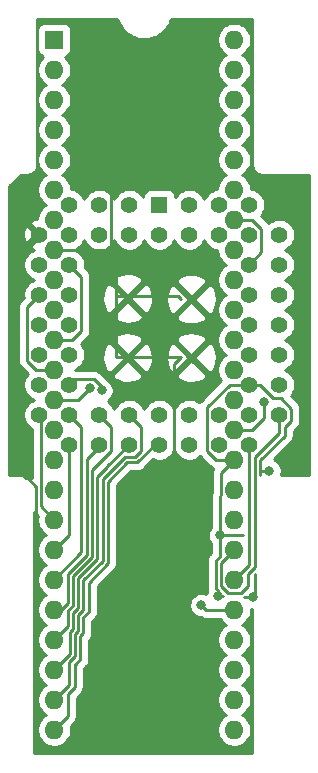
<source format=gtl>
G04 #@! TF.GenerationSoftware,KiCad,Pcbnew,(5.1.6-0)*
G04 #@! TF.CreationDate,2023-03-04T21:55:24+01:00*
G04 #@! TF.ProjectId,PaulaAdapter,5061756c-6141-4646-9170-7465722e6b69,rev?*
G04 #@! TF.SameCoordinates,Original*
G04 #@! TF.FileFunction,Copper,L1,Top*
G04 #@! TF.FilePolarity,Positive*
%FSLAX46Y46*%
G04 Gerber Fmt 4.6, Leading zero omitted, Abs format (unit mm)*
G04 Created by KiCad (PCBNEW (5.1.6-0)) date 2023-03-04 21:55:24*
%MOMM*%
%LPD*%
G01*
G04 APERTURE LIST*
G04 #@! TA.AperFunction,ComponentPad*
%ADD10C,1.422400*%
G04 #@! TD*
G04 #@! TA.AperFunction,ComponentPad*
%ADD11R,1.422400X1.422400*%
G04 #@! TD*
G04 #@! TA.AperFunction,ComponentPad*
%ADD12O,1.600000X1.600000*%
G04 #@! TD*
G04 #@! TA.AperFunction,ComponentPad*
%ADD13R,1.600000X1.600000*%
G04 #@! TD*
G04 #@! TA.AperFunction,ViaPad*
%ADD14C,0.800000*%
G04 #@! TD*
G04 #@! TA.AperFunction,Conductor*
%ADD15C,0.250000*%
G04 #@! TD*
G04 #@! TA.AperFunction,Conductor*
%ADD16C,0.254000*%
G04 #@! TD*
G04 APERTURE END LIST*
D10*
X48704500Y-46863000D03*
X48704500Y-49403000D03*
X48704500Y-51943000D03*
X48704500Y-54483000D03*
X48704500Y-57023000D03*
X48704500Y-59563000D03*
X46164500Y-44323000D03*
X46164500Y-49403000D03*
X46164500Y-51943000D03*
X46164500Y-54483000D03*
X46164500Y-57023000D03*
X46164500Y-59563000D03*
X46164500Y-62103000D03*
X46164500Y-64643000D03*
X43624500Y-64643000D03*
X41084500Y-64643000D03*
X38544500Y-64643000D03*
X36004500Y-64643000D03*
X33464500Y-64643000D03*
X30924500Y-64643000D03*
X48704500Y-62103000D03*
X43624500Y-62103000D03*
X41084500Y-62103000D03*
X38544500Y-62103000D03*
X36004500Y-62103000D03*
X33464500Y-62103000D03*
X30924500Y-62103000D03*
X28384500Y-62103000D03*
X28384500Y-59563000D03*
X28384500Y-57023000D03*
X28384500Y-54483000D03*
X28384500Y-51943000D03*
X28384500Y-49403000D03*
X28384500Y-46863000D03*
X30924500Y-59563000D03*
X30924500Y-57023000D03*
X30924500Y-54483000D03*
X30924500Y-51943000D03*
X30924500Y-49403000D03*
X30924500Y-46863000D03*
X43624500Y-44323000D03*
X41084500Y-44323000D03*
X30924500Y-44323000D03*
X33464500Y-44323000D03*
X36004500Y-44323000D03*
D11*
X38544500Y-44323000D03*
D10*
X46164500Y-46863000D03*
X43624500Y-46863000D03*
X41084500Y-46863000D03*
X33464500Y-46863000D03*
X36004500Y-46863000D03*
X38544500Y-46863000D03*
D12*
X44894500Y-30353000D03*
X29654500Y-88773000D03*
X44894500Y-32893000D03*
X29654500Y-86233000D03*
X44894500Y-35433000D03*
X29654500Y-83693000D03*
X44894500Y-37973000D03*
X29654500Y-81153000D03*
X44894500Y-40513000D03*
X29654500Y-78613000D03*
X44894500Y-43053000D03*
X29654500Y-76073000D03*
X44894500Y-45593000D03*
X29654500Y-73533000D03*
X44894500Y-48133000D03*
X29654500Y-70993000D03*
X44894500Y-50673000D03*
X29654500Y-68453000D03*
X44894500Y-53213000D03*
X29654500Y-65913000D03*
X44894500Y-55753000D03*
X29654500Y-63373000D03*
X44894500Y-58293000D03*
X29654500Y-60833000D03*
X44894500Y-60833000D03*
X29654500Y-58293000D03*
X44894500Y-63373000D03*
X29654500Y-55753000D03*
X44894500Y-65913000D03*
X29654500Y-53213000D03*
X44894500Y-68453000D03*
X29654500Y-50673000D03*
X44894500Y-70993000D03*
X29654500Y-48133000D03*
X44894500Y-73533000D03*
X29654500Y-45593000D03*
X44894500Y-76073000D03*
X29654500Y-43053000D03*
X44894500Y-78613000D03*
X29654500Y-40513000D03*
X44894500Y-81153000D03*
X29654500Y-37973000D03*
X44894500Y-83693000D03*
X29654500Y-35433000D03*
X44894500Y-86233000D03*
X29654500Y-32893000D03*
X44894500Y-88773000D03*
D13*
X29654500Y-30353000D03*
D14*
X33661541Y-60051618D03*
X32685701Y-59833121D03*
X47434500Y-61023500D03*
X47879000Y-66865500D03*
X46446220Y-77535857D03*
X43556482Y-77425290D03*
X43688000Y-72326500D03*
X37211000Y-30924500D03*
X26797000Y-48133000D03*
X50546000Y-66611500D03*
X38417500Y-66865500D03*
X42164000Y-89408000D03*
X32131000Y-89471500D03*
X26416000Y-66611500D03*
X50546000Y-42291000D03*
X42106481Y-78232000D03*
D15*
X46428078Y-45593000D02*
X44894500Y-45593000D01*
X47200701Y-46365623D02*
X46428078Y-45593000D01*
X47200701Y-48366799D02*
X47200701Y-46365623D01*
X46164500Y-49403000D02*
X47200701Y-48366799D01*
X30779501Y-87647999D02*
X29654500Y-88773000D01*
X30779501Y-85744409D02*
X30779501Y-87647999D01*
X31435320Y-83185000D02*
X31374510Y-83245810D01*
X31856974Y-82824026D02*
X31496000Y-83185000D01*
X32129531Y-79255106D02*
X32129530Y-80587200D01*
X32579537Y-78805100D02*
X32129531Y-79255106D01*
X32129530Y-80587200D02*
X31856974Y-80859756D01*
X34210746Y-74698801D02*
X32579538Y-76330009D01*
X35851789Y-66129211D02*
X34210747Y-67770253D01*
X38174488Y-64643000D02*
X36688277Y-66129211D01*
X34210747Y-67770253D02*
X34210746Y-74698801D01*
X36688277Y-66129211D02*
X35851789Y-66129211D01*
X31374509Y-85149401D02*
X30779501Y-85744409D01*
X31374510Y-83245810D02*
X31374509Y-85149401D01*
X31856974Y-80859756D02*
X31856974Y-82824026D01*
X31496000Y-83185000D02*
X31435320Y-83185000D01*
X32579538Y-76330009D02*
X32579537Y-78805100D01*
X38544500Y-64643000D02*
X38174488Y-64643000D01*
X30924500Y-84963000D02*
X29654500Y-86233000D01*
X30924500Y-83059410D02*
X30924500Y-84963000D01*
X31406964Y-82576946D02*
X30924500Y-83059410D01*
X31406965Y-80673355D02*
X31406964Y-82576946D01*
X31679521Y-80400799D02*
X31406965Y-80673355D01*
X31679521Y-79068706D02*
X31679521Y-80400799D01*
X37040701Y-63139201D02*
X37040701Y-65140377D01*
X33760738Y-67533130D02*
X33760737Y-74512400D01*
X32129528Y-78618699D02*
X31679521Y-79068706D01*
X32129529Y-76143608D02*
X32129528Y-78618699D01*
X33760737Y-74512400D02*
X32129529Y-76143608D01*
X35614667Y-65679201D02*
X33760738Y-67533130D01*
X36501877Y-65679201D02*
X35614667Y-65679201D01*
X37040701Y-65140377D02*
X36501877Y-65679201D01*
X36004500Y-62103000D02*
X37040701Y-63139201D01*
X29654500Y-83693000D02*
X30956955Y-82390545D01*
X30956955Y-80486955D02*
X31229511Y-80214399D01*
X30956955Y-82390545D02*
X30956955Y-80486955D01*
X31229511Y-78882309D02*
X31679519Y-78432299D01*
X31229511Y-80214399D02*
X31229511Y-78882309D01*
X31679519Y-75957211D02*
X33310728Y-74326000D01*
X31679519Y-78432299D02*
X31679519Y-75957211D01*
X34163000Y-66494458D02*
X33310729Y-67346729D01*
X34163000Y-66484500D02*
X34163000Y-66494458D01*
X34163000Y-66484500D02*
X36004500Y-64643000D01*
X33310728Y-74326000D02*
X33310729Y-67346729D01*
X34500701Y-63139201D02*
X33464500Y-62103000D01*
X32860719Y-66780359D02*
X34500701Y-65140377D01*
X34500701Y-65140377D02*
X34500701Y-63139201D01*
X31229511Y-75770809D02*
X32860719Y-74139601D01*
X32860719Y-74139601D02*
X32860719Y-66780359D01*
X30779501Y-78695909D02*
X31229510Y-78245900D01*
X30779501Y-80027999D02*
X30779501Y-78695909D01*
X31229510Y-78245900D02*
X31229511Y-75770809D01*
X29654500Y-81153000D02*
X30779501Y-80027999D01*
X33464500Y-64833500D02*
X32410711Y-65887289D01*
X33464500Y-64643000D02*
X33464500Y-64833500D01*
X32410711Y-65887289D02*
X32410710Y-73953200D01*
X30779501Y-75584409D02*
X30779501Y-78059499D01*
X32410710Y-73953200D02*
X30779501Y-75584409D01*
X30226000Y-78613000D02*
X29654500Y-78613000D01*
X30779501Y-78059499D02*
X30226000Y-78613000D01*
X31960701Y-63139201D02*
X31960701Y-73766799D01*
X31960701Y-73766799D02*
X29654500Y-76073000D01*
X30924500Y-62103000D02*
X31960701Y-63139201D01*
X30924500Y-72263000D02*
X29654500Y-73533000D01*
X30924500Y-64643000D02*
X30924500Y-72263000D01*
X28529499Y-62247999D02*
X28384500Y-62103000D01*
X28529499Y-69867999D02*
X28529499Y-62247999D01*
X29654500Y-70993000D02*
X28529499Y-69867999D01*
X33661541Y-59735959D02*
X33661541Y-60051618D01*
X33033702Y-59108120D02*
X33661541Y-59735959D01*
X31379380Y-59108120D02*
X33033702Y-59108120D01*
X30924500Y-59563000D02*
X31379380Y-59108120D01*
X31685822Y-60833000D02*
X29654500Y-60833000D01*
X32685701Y-59833121D02*
X31685822Y-60833000D01*
X27348299Y-52979201D02*
X28384500Y-51943000D01*
X27348299Y-57520377D02*
X27348299Y-52979201D01*
X28120922Y-58293000D02*
X27348299Y-57520377D01*
X29654500Y-58293000D02*
X28120922Y-58293000D01*
X47434500Y-62366578D02*
X47434500Y-61023500D01*
X46428078Y-63373000D02*
X47434500Y-62366578D01*
X44894500Y-63373000D02*
X46428078Y-63373000D01*
X31188078Y-55753000D02*
X29654500Y-55753000D01*
X31960701Y-54980377D02*
X31188078Y-55753000D01*
X31960701Y-50439201D02*
X31960701Y-54980377D01*
X30924500Y-49403000D02*
X31960701Y-50439201D01*
X42588299Y-65140377D02*
X42588299Y-61474199D01*
X42588299Y-61474199D02*
X44499498Y-59563000D01*
X43360922Y-65913000D02*
X42588299Y-65140377D01*
X44499498Y-59563000D02*
X46164500Y-59563000D01*
X44894500Y-65913000D02*
X43360922Y-65913000D01*
X46446220Y-77535857D02*
X46673910Y-77308167D01*
X46673910Y-77308167D02*
X46673910Y-75566410D01*
X43624500Y-77357272D02*
X43624500Y-77104412D01*
X43556482Y-77425290D02*
X43624500Y-77357272D01*
X43556482Y-77036394D02*
X43319489Y-76799401D01*
X43556482Y-77425290D02*
X43556482Y-77036394D01*
X43319489Y-76799401D02*
X43319490Y-74471600D01*
X43688000Y-74103090D02*
X43688000Y-72326500D01*
X43319490Y-74471600D02*
X43688000Y-74103090D01*
X43769499Y-67038001D02*
X44894500Y-65913000D01*
X43769499Y-68879501D02*
X43769499Y-67038001D01*
X43688000Y-68961000D02*
X43769499Y-68879501D01*
X43688000Y-72326500D02*
X43688000Y-68961000D01*
X46446220Y-77535857D02*
X45733055Y-77535857D01*
X43556482Y-77425290D02*
X43945378Y-77425290D01*
X43688000Y-72326500D02*
X45656500Y-72326500D01*
X49154510Y-63186568D02*
X49154510Y-63882410D01*
X49740701Y-62600377D02*
X49154510Y-63186568D01*
X49154510Y-63882410D02*
X47064519Y-65972401D01*
X48810577Y-60675499D02*
X49740701Y-61605623D01*
X49740701Y-61605623D02*
X49740701Y-62600377D01*
X48159501Y-60675499D02*
X48810577Y-60675499D01*
X47047002Y-59563000D02*
X48159501Y-60675499D01*
X46164500Y-59563000D02*
X47047002Y-59563000D01*
X47180500Y-66865500D02*
X47064519Y-66981481D01*
X47879000Y-66865500D02*
X47180500Y-66865500D01*
X47064519Y-66981481D02*
X47064519Y-67194019D01*
X47064519Y-65972401D02*
X47064519Y-66981481D01*
X29654500Y-48133000D02*
X34226500Y-48133000D01*
X34861500Y-48768000D02*
X34861500Y-52070000D01*
X40132000Y-52070000D02*
X40386000Y-52324000D01*
X34861500Y-52070000D02*
X40132000Y-52070000D01*
X34861500Y-52070000D02*
X34861500Y-57213500D01*
X34861500Y-57213500D02*
X40386000Y-57213500D01*
X28067000Y-46863000D02*
X26797000Y-48133000D01*
X28384500Y-46863000D02*
X28067000Y-46863000D01*
X34500701Y-48407201D02*
X34798000Y-48704500D01*
X34500701Y-33634799D02*
X34500701Y-48407201D01*
X37211000Y-30924500D02*
X34500701Y-33634799D01*
X34798000Y-48704500D02*
X34861500Y-48768000D01*
X34226500Y-48133000D02*
X34798000Y-48704500D01*
X38417500Y-66865500D02*
X39814500Y-65468500D01*
X39814500Y-57785000D02*
X40386000Y-57213500D01*
X39814500Y-65468500D02*
X39814500Y-57785000D01*
X28079489Y-68189145D02*
X28079489Y-90118989D01*
X27396834Y-67506490D02*
X28079489Y-68189145D01*
X27247490Y-67506490D02*
X27396834Y-67506490D01*
X26416000Y-66675000D02*
X27247490Y-67506490D01*
X26416000Y-66611500D02*
X26416000Y-66675000D01*
X28079489Y-90118989D02*
X28321000Y-90360500D01*
X31242000Y-90360500D02*
X32131000Y-89471500D01*
X28321000Y-90360500D02*
X31242000Y-90360500D01*
X46614508Y-74989402D02*
X46614508Y-74110008D01*
X46019501Y-75584409D02*
X46614508Y-74989402D01*
X46019501Y-76613001D02*
X46019501Y-75584409D01*
X44354499Y-77198001D02*
X45434501Y-77198001D01*
X43769499Y-76613001D02*
X44354499Y-77198001D01*
X46614510Y-65716990D02*
X48704500Y-63627000D01*
X43769499Y-74658001D02*
X43769499Y-76613001D01*
X46614508Y-74110008D02*
X46614510Y-65716990D01*
X45434501Y-77198001D02*
X46019501Y-76613001D01*
X48704500Y-63627000D02*
X48704500Y-62103000D01*
X44894500Y-73533000D02*
X43769499Y-74658001D01*
X44894500Y-76073000D02*
X46164500Y-74803000D01*
X46164500Y-74803000D02*
X46164500Y-70548500D01*
X46164500Y-64643000D02*
X46164500Y-70548500D01*
X42487481Y-78613000D02*
X42106481Y-78232000D01*
X44894500Y-78613000D02*
X42487481Y-78613000D01*
D16*
G36*
X39891513Y-65280665D02*
G01*
X40038838Y-65501153D01*
X40226347Y-65688662D01*
X40446835Y-65835987D01*
X40691828Y-65937467D01*
X40951911Y-65989200D01*
X41217089Y-65989200D01*
X41477172Y-65937467D01*
X41722165Y-65835987D01*
X41942653Y-65688662D01*
X42004412Y-65626903D01*
X42048298Y-65680378D01*
X42077301Y-65704180D01*
X42797123Y-66424002D01*
X42820921Y-66453001D01*
X42849919Y-66476799D01*
X42936645Y-66547974D01*
X43029724Y-66597726D01*
X43068675Y-66618546D01*
X43123120Y-66635062D01*
X43063953Y-66745755D01*
X43036956Y-66834757D01*
X43023774Y-66878214D01*
X43020497Y-66889016D01*
X43005823Y-67038001D01*
X43009500Y-67075333D01*
X43009499Y-68618156D01*
X42982454Y-68668754D01*
X42938998Y-68812015D01*
X42924324Y-68961000D01*
X42928001Y-68998332D01*
X42928000Y-71622789D01*
X42884063Y-71666726D01*
X42770795Y-71836244D01*
X42692774Y-72024602D01*
X42653000Y-72224561D01*
X42653000Y-72428439D01*
X42692774Y-72628398D01*
X42770795Y-72816756D01*
X42884063Y-72986274D01*
X42928001Y-73030212D01*
X42928000Y-73788289D01*
X42808488Y-73907801D01*
X42779490Y-73931599D01*
X42755692Y-73960597D01*
X42755691Y-73960598D01*
X42684516Y-74047324D01*
X42613944Y-74179354D01*
X42588572Y-74262999D01*
X42570488Y-74322614D01*
X42563325Y-74395336D01*
X42555814Y-74471600D01*
X42559491Y-74508932D01*
X42559489Y-76762078D01*
X42555813Y-76799401D01*
X42559489Y-76836723D01*
X42559489Y-76836733D01*
X42570486Y-76948386D01*
X42597229Y-77036547D01*
X42561256Y-77123392D01*
X42528783Y-77286647D01*
X42408379Y-77236774D01*
X42208420Y-77197000D01*
X42004542Y-77197000D01*
X41804583Y-77236774D01*
X41616225Y-77314795D01*
X41446707Y-77428063D01*
X41302544Y-77572226D01*
X41189276Y-77741744D01*
X41111255Y-77930102D01*
X41071481Y-78130061D01*
X41071481Y-78333939D01*
X41111255Y-78533898D01*
X41189276Y-78722256D01*
X41302544Y-78891774D01*
X41446707Y-79035937D01*
X41616225Y-79149205D01*
X41804583Y-79227226D01*
X42004542Y-79267000D01*
X42098800Y-79267000D01*
X42195234Y-79318546D01*
X42338495Y-79362003D01*
X42450148Y-79373000D01*
X42450157Y-79373000D01*
X42487480Y-79376676D01*
X42524803Y-79373000D01*
X43676457Y-79373000D01*
X43779863Y-79527759D01*
X43979741Y-79727637D01*
X44212259Y-79883000D01*
X43979741Y-80038363D01*
X43779863Y-80238241D01*
X43622820Y-80473273D01*
X43514647Y-80734426D01*
X43459500Y-81011665D01*
X43459500Y-81294335D01*
X43514647Y-81571574D01*
X43622820Y-81832727D01*
X43779863Y-82067759D01*
X43979741Y-82267637D01*
X44212259Y-82423000D01*
X43979741Y-82578363D01*
X43779863Y-82778241D01*
X43622820Y-83013273D01*
X43514647Y-83274426D01*
X43459500Y-83551665D01*
X43459500Y-83834335D01*
X43514647Y-84111574D01*
X43622820Y-84372727D01*
X43779863Y-84607759D01*
X43979741Y-84807637D01*
X44212259Y-84963000D01*
X43979741Y-85118363D01*
X43779863Y-85318241D01*
X43622820Y-85553273D01*
X43514647Y-85814426D01*
X43459500Y-86091665D01*
X43459500Y-86374335D01*
X43514647Y-86651574D01*
X43622820Y-86912727D01*
X43779863Y-87147759D01*
X43979741Y-87347637D01*
X44212259Y-87503000D01*
X43979741Y-87658363D01*
X43779863Y-87858241D01*
X43622820Y-88093273D01*
X43514647Y-88354426D01*
X43459500Y-88631665D01*
X43459500Y-88914335D01*
X43514647Y-89191574D01*
X43622820Y-89452727D01*
X43779863Y-89687759D01*
X43979741Y-89887637D01*
X44214773Y-90044680D01*
X44475926Y-90152853D01*
X44753165Y-90208000D01*
X45035835Y-90208000D01*
X45313074Y-90152853D01*
X45574227Y-90044680D01*
X45809259Y-89887637D01*
X46009137Y-89687759D01*
X46166180Y-89452727D01*
X46274353Y-89191574D01*
X46329500Y-88914335D01*
X46329500Y-88631665D01*
X46274353Y-88354426D01*
X46166180Y-88093273D01*
X46009137Y-87858241D01*
X45809259Y-87658363D01*
X45576741Y-87503000D01*
X45809259Y-87347637D01*
X46009137Y-87147759D01*
X46166180Y-86912727D01*
X46274353Y-86651574D01*
X46329500Y-86374335D01*
X46329500Y-86091665D01*
X46274353Y-85814426D01*
X46166180Y-85553273D01*
X46009137Y-85318241D01*
X45809259Y-85118363D01*
X45576741Y-84963000D01*
X45809259Y-84807637D01*
X46009137Y-84607759D01*
X46166180Y-84372727D01*
X46274353Y-84111574D01*
X46329500Y-83834335D01*
X46329500Y-83551665D01*
X46274353Y-83274426D01*
X46166180Y-83013273D01*
X46009137Y-82778241D01*
X45809259Y-82578363D01*
X45576741Y-82423000D01*
X45809259Y-82267637D01*
X46009137Y-82067759D01*
X46166180Y-81832727D01*
X46274353Y-81571574D01*
X46329500Y-81294335D01*
X46329500Y-81011665D01*
X46274353Y-80734426D01*
X46166180Y-80473273D01*
X46009137Y-80238241D01*
X45809259Y-80038363D01*
X45576741Y-79883000D01*
X45809259Y-79727637D01*
X46009137Y-79527759D01*
X46166180Y-79292727D01*
X46274353Y-79031574D01*
X46329500Y-78754335D01*
X46329500Y-78567917D01*
X46344281Y-78570857D01*
X46432000Y-78570857D01*
X46432001Y-90755000D01*
X27926500Y-90755000D01*
X27926500Y-70331236D01*
X27989498Y-70408000D01*
X28018501Y-70431803D01*
X28255812Y-70669113D01*
X28219500Y-70851665D01*
X28219500Y-71134335D01*
X28274647Y-71411574D01*
X28382820Y-71672727D01*
X28539863Y-71907759D01*
X28739741Y-72107637D01*
X28972259Y-72263000D01*
X28739741Y-72418363D01*
X28539863Y-72618241D01*
X28382820Y-72853273D01*
X28274647Y-73114426D01*
X28219500Y-73391665D01*
X28219500Y-73674335D01*
X28274647Y-73951574D01*
X28382820Y-74212727D01*
X28539863Y-74447759D01*
X28739741Y-74647637D01*
X28972259Y-74803000D01*
X28739741Y-74958363D01*
X28539863Y-75158241D01*
X28382820Y-75393273D01*
X28274647Y-75654426D01*
X28219500Y-75931665D01*
X28219500Y-76214335D01*
X28274647Y-76491574D01*
X28382820Y-76752727D01*
X28539863Y-76987759D01*
X28739741Y-77187637D01*
X28972259Y-77343000D01*
X28739741Y-77498363D01*
X28539863Y-77698241D01*
X28382820Y-77933273D01*
X28274647Y-78194426D01*
X28219500Y-78471665D01*
X28219500Y-78754335D01*
X28274647Y-79031574D01*
X28382820Y-79292727D01*
X28539863Y-79527759D01*
X28739741Y-79727637D01*
X28972259Y-79883000D01*
X28739741Y-80038363D01*
X28539863Y-80238241D01*
X28382820Y-80473273D01*
X28274647Y-80734426D01*
X28219500Y-81011665D01*
X28219500Y-81294335D01*
X28274647Y-81571574D01*
X28382820Y-81832727D01*
X28539863Y-82067759D01*
X28739741Y-82267637D01*
X28972259Y-82423000D01*
X28739741Y-82578363D01*
X28539863Y-82778241D01*
X28382820Y-83013273D01*
X28274647Y-83274426D01*
X28219500Y-83551665D01*
X28219500Y-83834335D01*
X28274647Y-84111574D01*
X28382820Y-84372727D01*
X28539863Y-84607759D01*
X28739741Y-84807637D01*
X28972259Y-84963000D01*
X28739741Y-85118363D01*
X28539863Y-85318241D01*
X28382820Y-85553273D01*
X28274647Y-85814426D01*
X28219500Y-86091665D01*
X28219500Y-86374335D01*
X28274647Y-86651574D01*
X28382820Y-86912727D01*
X28539863Y-87147759D01*
X28739741Y-87347637D01*
X28972259Y-87503000D01*
X28739741Y-87658363D01*
X28539863Y-87858241D01*
X28382820Y-88093273D01*
X28274647Y-88354426D01*
X28219500Y-88631665D01*
X28219500Y-88914335D01*
X28274647Y-89191574D01*
X28382820Y-89452727D01*
X28539863Y-89687759D01*
X28739741Y-89887637D01*
X28974773Y-90044680D01*
X29235926Y-90152853D01*
X29513165Y-90208000D01*
X29795835Y-90208000D01*
X30073074Y-90152853D01*
X30334227Y-90044680D01*
X30569259Y-89887637D01*
X30769137Y-89687759D01*
X30926180Y-89452727D01*
X31034353Y-89191574D01*
X31089500Y-88914335D01*
X31089500Y-88631665D01*
X31053188Y-88449114D01*
X31290504Y-88211798D01*
X31319502Y-88188000D01*
X31414475Y-88072275D01*
X31485047Y-87940246D01*
X31528504Y-87796985D01*
X31539501Y-87685332D01*
X31539501Y-87685324D01*
X31543177Y-87647999D01*
X31539501Y-87610674D01*
X31539501Y-86059211D01*
X31885521Y-85713192D01*
X31914509Y-85689402D01*
X31938298Y-85660415D01*
X31938308Y-85660405D01*
X32009482Y-85573678D01*
X32080054Y-85441648D01*
X32123511Y-85298388D01*
X32138185Y-85149402D01*
X32134508Y-85112070D01*
X32134510Y-83621291D01*
X32367971Y-83387830D01*
X32396975Y-83364027D01*
X32491948Y-83248302D01*
X32562520Y-83116273D01*
X32605977Y-82973012D01*
X32616974Y-82861359D01*
X32616974Y-82861350D01*
X32620650Y-82824027D01*
X32616974Y-82786704D01*
X32616974Y-81174558D01*
X32640537Y-81150995D01*
X32669530Y-81127201D01*
X32693324Y-81098208D01*
X32693329Y-81098203D01*
X32764503Y-81011476D01*
X32790199Y-80963402D01*
X32835075Y-80879447D01*
X32878532Y-80736186D01*
X32888406Y-80635940D01*
X32893206Y-80587201D01*
X32889529Y-80549869D01*
X32889530Y-79569908D01*
X33090539Y-79368899D01*
X33119537Y-79345101D01*
X33143336Y-79316102D01*
X33214511Y-79229376D01*
X33285083Y-79097347D01*
X33328540Y-78954086D01*
X33343214Y-78805100D01*
X33339536Y-78767758D01*
X33339538Y-76644811D01*
X34721759Y-75262591D01*
X34750746Y-75238802D01*
X34774535Y-75209815D01*
X34774545Y-75209805D01*
X34845719Y-75123078D01*
X34916291Y-74991048D01*
X34959748Y-74847788D01*
X34974422Y-74698802D01*
X34970745Y-74661469D01*
X34970747Y-68085054D01*
X36166591Y-66889211D01*
X36650955Y-66889211D01*
X36688277Y-66892887D01*
X36725599Y-66889211D01*
X36725610Y-66889211D01*
X36837263Y-66878214D01*
X36980524Y-66834757D01*
X37112553Y-66764185D01*
X37228278Y-66669212D01*
X37252081Y-66640208D01*
X38012524Y-65879765D01*
X38151828Y-65937467D01*
X38411911Y-65989200D01*
X38677089Y-65989200D01*
X38937172Y-65937467D01*
X39182165Y-65835987D01*
X39402653Y-65688662D01*
X39590162Y-65501153D01*
X39737487Y-65280665D01*
X39814500Y-65094740D01*
X39891513Y-65280665D01*
G37*
X39891513Y-65280665D02*
X40038838Y-65501153D01*
X40226347Y-65688662D01*
X40446835Y-65835987D01*
X40691828Y-65937467D01*
X40951911Y-65989200D01*
X41217089Y-65989200D01*
X41477172Y-65937467D01*
X41722165Y-65835987D01*
X41942653Y-65688662D01*
X42004412Y-65626903D01*
X42048298Y-65680378D01*
X42077301Y-65704180D01*
X42797123Y-66424002D01*
X42820921Y-66453001D01*
X42849919Y-66476799D01*
X42936645Y-66547974D01*
X43029724Y-66597726D01*
X43068675Y-66618546D01*
X43123120Y-66635062D01*
X43063953Y-66745755D01*
X43036956Y-66834757D01*
X43023774Y-66878214D01*
X43020497Y-66889016D01*
X43005823Y-67038001D01*
X43009500Y-67075333D01*
X43009499Y-68618156D01*
X42982454Y-68668754D01*
X42938998Y-68812015D01*
X42924324Y-68961000D01*
X42928001Y-68998332D01*
X42928000Y-71622789D01*
X42884063Y-71666726D01*
X42770795Y-71836244D01*
X42692774Y-72024602D01*
X42653000Y-72224561D01*
X42653000Y-72428439D01*
X42692774Y-72628398D01*
X42770795Y-72816756D01*
X42884063Y-72986274D01*
X42928001Y-73030212D01*
X42928000Y-73788289D01*
X42808488Y-73907801D01*
X42779490Y-73931599D01*
X42755692Y-73960597D01*
X42755691Y-73960598D01*
X42684516Y-74047324D01*
X42613944Y-74179354D01*
X42588572Y-74262999D01*
X42570488Y-74322614D01*
X42563325Y-74395336D01*
X42555814Y-74471600D01*
X42559491Y-74508932D01*
X42559489Y-76762078D01*
X42555813Y-76799401D01*
X42559489Y-76836723D01*
X42559489Y-76836733D01*
X42570486Y-76948386D01*
X42597229Y-77036547D01*
X42561256Y-77123392D01*
X42528783Y-77286647D01*
X42408379Y-77236774D01*
X42208420Y-77197000D01*
X42004542Y-77197000D01*
X41804583Y-77236774D01*
X41616225Y-77314795D01*
X41446707Y-77428063D01*
X41302544Y-77572226D01*
X41189276Y-77741744D01*
X41111255Y-77930102D01*
X41071481Y-78130061D01*
X41071481Y-78333939D01*
X41111255Y-78533898D01*
X41189276Y-78722256D01*
X41302544Y-78891774D01*
X41446707Y-79035937D01*
X41616225Y-79149205D01*
X41804583Y-79227226D01*
X42004542Y-79267000D01*
X42098800Y-79267000D01*
X42195234Y-79318546D01*
X42338495Y-79362003D01*
X42450148Y-79373000D01*
X42450157Y-79373000D01*
X42487480Y-79376676D01*
X42524803Y-79373000D01*
X43676457Y-79373000D01*
X43779863Y-79527759D01*
X43979741Y-79727637D01*
X44212259Y-79883000D01*
X43979741Y-80038363D01*
X43779863Y-80238241D01*
X43622820Y-80473273D01*
X43514647Y-80734426D01*
X43459500Y-81011665D01*
X43459500Y-81294335D01*
X43514647Y-81571574D01*
X43622820Y-81832727D01*
X43779863Y-82067759D01*
X43979741Y-82267637D01*
X44212259Y-82423000D01*
X43979741Y-82578363D01*
X43779863Y-82778241D01*
X43622820Y-83013273D01*
X43514647Y-83274426D01*
X43459500Y-83551665D01*
X43459500Y-83834335D01*
X43514647Y-84111574D01*
X43622820Y-84372727D01*
X43779863Y-84607759D01*
X43979741Y-84807637D01*
X44212259Y-84963000D01*
X43979741Y-85118363D01*
X43779863Y-85318241D01*
X43622820Y-85553273D01*
X43514647Y-85814426D01*
X43459500Y-86091665D01*
X43459500Y-86374335D01*
X43514647Y-86651574D01*
X43622820Y-86912727D01*
X43779863Y-87147759D01*
X43979741Y-87347637D01*
X44212259Y-87503000D01*
X43979741Y-87658363D01*
X43779863Y-87858241D01*
X43622820Y-88093273D01*
X43514647Y-88354426D01*
X43459500Y-88631665D01*
X43459500Y-88914335D01*
X43514647Y-89191574D01*
X43622820Y-89452727D01*
X43779863Y-89687759D01*
X43979741Y-89887637D01*
X44214773Y-90044680D01*
X44475926Y-90152853D01*
X44753165Y-90208000D01*
X45035835Y-90208000D01*
X45313074Y-90152853D01*
X45574227Y-90044680D01*
X45809259Y-89887637D01*
X46009137Y-89687759D01*
X46166180Y-89452727D01*
X46274353Y-89191574D01*
X46329500Y-88914335D01*
X46329500Y-88631665D01*
X46274353Y-88354426D01*
X46166180Y-88093273D01*
X46009137Y-87858241D01*
X45809259Y-87658363D01*
X45576741Y-87503000D01*
X45809259Y-87347637D01*
X46009137Y-87147759D01*
X46166180Y-86912727D01*
X46274353Y-86651574D01*
X46329500Y-86374335D01*
X46329500Y-86091665D01*
X46274353Y-85814426D01*
X46166180Y-85553273D01*
X46009137Y-85318241D01*
X45809259Y-85118363D01*
X45576741Y-84963000D01*
X45809259Y-84807637D01*
X46009137Y-84607759D01*
X46166180Y-84372727D01*
X46274353Y-84111574D01*
X46329500Y-83834335D01*
X46329500Y-83551665D01*
X46274353Y-83274426D01*
X46166180Y-83013273D01*
X46009137Y-82778241D01*
X45809259Y-82578363D01*
X45576741Y-82423000D01*
X45809259Y-82267637D01*
X46009137Y-82067759D01*
X46166180Y-81832727D01*
X46274353Y-81571574D01*
X46329500Y-81294335D01*
X46329500Y-81011665D01*
X46274353Y-80734426D01*
X46166180Y-80473273D01*
X46009137Y-80238241D01*
X45809259Y-80038363D01*
X45576741Y-79883000D01*
X45809259Y-79727637D01*
X46009137Y-79527759D01*
X46166180Y-79292727D01*
X46274353Y-79031574D01*
X46329500Y-78754335D01*
X46329500Y-78567917D01*
X46344281Y-78570857D01*
X46432000Y-78570857D01*
X46432001Y-90755000D01*
X27926500Y-90755000D01*
X27926500Y-70331236D01*
X27989498Y-70408000D01*
X28018501Y-70431803D01*
X28255812Y-70669113D01*
X28219500Y-70851665D01*
X28219500Y-71134335D01*
X28274647Y-71411574D01*
X28382820Y-71672727D01*
X28539863Y-71907759D01*
X28739741Y-72107637D01*
X28972259Y-72263000D01*
X28739741Y-72418363D01*
X28539863Y-72618241D01*
X28382820Y-72853273D01*
X28274647Y-73114426D01*
X28219500Y-73391665D01*
X28219500Y-73674335D01*
X28274647Y-73951574D01*
X28382820Y-74212727D01*
X28539863Y-74447759D01*
X28739741Y-74647637D01*
X28972259Y-74803000D01*
X28739741Y-74958363D01*
X28539863Y-75158241D01*
X28382820Y-75393273D01*
X28274647Y-75654426D01*
X28219500Y-75931665D01*
X28219500Y-76214335D01*
X28274647Y-76491574D01*
X28382820Y-76752727D01*
X28539863Y-76987759D01*
X28739741Y-77187637D01*
X28972259Y-77343000D01*
X28739741Y-77498363D01*
X28539863Y-77698241D01*
X28382820Y-77933273D01*
X28274647Y-78194426D01*
X28219500Y-78471665D01*
X28219500Y-78754335D01*
X28274647Y-79031574D01*
X28382820Y-79292727D01*
X28539863Y-79527759D01*
X28739741Y-79727637D01*
X28972259Y-79883000D01*
X28739741Y-80038363D01*
X28539863Y-80238241D01*
X28382820Y-80473273D01*
X28274647Y-80734426D01*
X28219500Y-81011665D01*
X28219500Y-81294335D01*
X28274647Y-81571574D01*
X28382820Y-81832727D01*
X28539863Y-82067759D01*
X28739741Y-82267637D01*
X28972259Y-82423000D01*
X28739741Y-82578363D01*
X28539863Y-82778241D01*
X28382820Y-83013273D01*
X28274647Y-83274426D01*
X28219500Y-83551665D01*
X28219500Y-83834335D01*
X28274647Y-84111574D01*
X28382820Y-84372727D01*
X28539863Y-84607759D01*
X28739741Y-84807637D01*
X28972259Y-84963000D01*
X28739741Y-85118363D01*
X28539863Y-85318241D01*
X28382820Y-85553273D01*
X28274647Y-85814426D01*
X28219500Y-86091665D01*
X28219500Y-86374335D01*
X28274647Y-86651574D01*
X28382820Y-86912727D01*
X28539863Y-87147759D01*
X28739741Y-87347637D01*
X28972259Y-87503000D01*
X28739741Y-87658363D01*
X28539863Y-87858241D01*
X28382820Y-88093273D01*
X28274647Y-88354426D01*
X28219500Y-88631665D01*
X28219500Y-88914335D01*
X28274647Y-89191574D01*
X28382820Y-89452727D01*
X28539863Y-89687759D01*
X28739741Y-89887637D01*
X28974773Y-90044680D01*
X29235926Y-90152853D01*
X29513165Y-90208000D01*
X29795835Y-90208000D01*
X30073074Y-90152853D01*
X30334227Y-90044680D01*
X30569259Y-89887637D01*
X30769137Y-89687759D01*
X30926180Y-89452727D01*
X31034353Y-89191574D01*
X31089500Y-88914335D01*
X31089500Y-88631665D01*
X31053188Y-88449114D01*
X31290504Y-88211798D01*
X31319502Y-88188000D01*
X31414475Y-88072275D01*
X31485047Y-87940246D01*
X31528504Y-87796985D01*
X31539501Y-87685332D01*
X31539501Y-87685324D01*
X31543177Y-87647999D01*
X31539501Y-87610674D01*
X31539501Y-86059211D01*
X31885521Y-85713192D01*
X31914509Y-85689402D01*
X31938298Y-85660415D01*
X31938308Y-85660405D01*
X32009482Y-85573678D01*
X32080054Y-85441648D01*
X32123511Y-85298388D01*
X32138185Y-85149402D01*
X32134508Y-85112070D01*
X32134510Y-83621291D01*
X32367971Y-83387830D01*
X32396975Y-83364027D01*
X32491948Y-83248302D01*
X32562520Y-83116273D01*
X32605977Y-82973012D01*
X32616974Y-82861359D01*
X32616974Y-82861350D01*
X32620650Y-82824027D01*
X32616974Y-82786704D01*
X32616974Y-81174558D01*
X32640537Y-81150995D01*
X32669530Y-81127201D01*
X32693324Y-81098208D01*
X32693329Y-81098203D01*
X32764503Y-81011476D01*
X32790199Y-80963402D01*
X32835075Y-80879447D01*
X32878532Y-80736186D01*
X32888406Y-80635940D01*
X32893206Y-80587201D01*
X32889529Y-80549869D01*
X32889530Y-79569908D01*
X33090539Y-79368899D01*
X33119537Y-79345101D01*
X33143336Y-79316102D01*
X33214511Y-79229376D01*
X33285083Y-79097347D01*
X33328540Y-78954086D01*
X33343214Y-78805100D01*
X33339536Y-78767758D01*
X33339538Y-76644811D01*
X34721759Y-75262591D01*
X34750746Y-75238802D01*
X34774535Y-75209815D01*
X34774545Y-75209805D01*
X34845719Y-75123078D01*
X34916291Y-74991048D01*
X34959748Y-74847788D01*
X34974422Y-74698802D01*
X34970745Y-74661469D01*
X34970747Y-68085054D01*
X36166591Y-66889211D01*
X36650955Y-66889211D01*
X36688277Y-66892887D01*
X36725599Y-66889211D01*
X36725610Y-66889211D01*
X36837263Y-66878214D01*
X36980524Y-66834757D01*
X37112553Y-66764185D01*
X37228278Y-66669212D01*
X37252081Y-66640208D01*
X38012524Y-65879765D01*
X38151828Y-65937467D01*
X38411911Y-65989200D01*
X38677089Y-65989200D01*
X38937172Y-65937467D01*
X39182165Y-65835987D01*
X39402653Y-65688662D01*
X39590162Y-65501153D01*
X39737487Y-65280665D01*
X39814500Y-65094740D01*
X39891513Y-65280665D01*
G36*
X35069536Y-28814977D02*
G01*
X35093108Y-28869973D01*
X35115897Y-28925265D01*
X35120280Y-28933371D01*
X35281481Y-29226593D01*
X35315268Y-29275938D01*
X35348380Y-29325776D01*
X35354254Y-29332876D01*
X35569338Y-29589203D01*
X35612068Y-29631047D01*
X35654227Y-29673502D01*
X35661369Y-29679326D01*
X35922145Y-29888995D01*
X35972179Y-29921737D01*
X36021790Y-29955200D01*
X36029926Y-29959526D01*
X36326460Y-30114551D01*
X36381925Y-30136960D01*
X36437071Y-30160142D01*
X36445893Y-30162805D01*
X36766891Y-30257279D01*
X36825659Y-30268489D01*
X36884246Y-30280516D01*
X36893417Y-30281415D01*
X37226651Y-30311742D01*
X37286468Y-30311324D01*
X37346286Y-30311742D01*
X37355457Y-30310843D01*
X37688236Y-30275867D01*
X37746871Y-30263831D01*
X37805595Y-30252629D01*
X37814411Y-30249967D01*
X37814415Y-30249966D01*
X37814418Y-30249965D01*
X38134064Y-30151017D01*
X38189207Y-30127837D01*
X38244670Y-30105429D01*
X38252806Y-30101103D01*
X38547147Y-29941953D01*
X38596721Y-29908515D01*
X38646795Y-29875748D01*
X38653936Y-29869923D01*
X38911759Y-29656634D01*
X38953899Y-29614198D01*
X38996649Y-29572335D01*
X39002522Y-29565234D01*
X39214006Y-29305929D01*
X39247076Y-29256154D01*
X39280906Y-29206748D01*
X39285288Y-29198641D01*
X39442379Y-28903197D01*
X39465176Y-28847887D01*
X39488740Y-28792910D01*
X39491465Y-28784107D01*
X39539503Y-28625000D01*
X46432000Y-28625000D01*
X46432001Y-41050843D01*
X46428686Y-41084500D01*
X46441912Y-41218783D01*
X46481081Y-41347906D01*
X46544688Y-41466907D01*
X46630289Y-41571211D01*
X46734593Y-41656812D01*
X46853594Y-41720419D01*
X46982717Y-41759588D01*
X47083353Y-41769500D01*
X47117000Y-41772814D01*
X47150647Y-41769500D01*
X51258000Y-41769500D01*
X51258001Y-67196500D01*
X48862171Y-67196500D01*
X48874226Y-67167398D01*
X48914000Y-66967439D01*
X48914000Y-66763561D01*
X48874226Y-66563602D01*
X48796205Y-66375244D01*
X48682937Y-66205726D01*
X48538774Y-66061563D01*
X48369256Y-65948295D01*
X48223713Y-65888009D01*
X49665513Y-64446209D01*
X49694511Y-64422411D01*
X49789484Y-64306686D01*
X49860056Y-64174657D01*
X49903513Y-64031396D01*
X49914510Y-63919743D01*
X49918187Y-63882410D01*
X49914510Y-63845077D01*
X49914510Y-63501369D01*
X50251703Y-63164177D01*
X50280702Y-63140378D01*
X50375675Y-63024653D01*
X50446247Y-62892624D01*
X50489704Y-62749363D01*
X50500701Y-62637710D01*
X50500701Y-62637701D01*
X50504377Y-62600378D01*
X50500701Y-62563055D01*
X50500701Y-61642946D01*
X50504377Y-61605623D01*
X50500701Y-61568300D01*
X50500701Y-61568290D01*
X50489704Y-61456637D01*
X50446247Y-61313376D01*
X50444695Y-61310472D01*
X50375675Y-61181346D01*
X50304500Y-61094620D01*
X50280702Y-61065622D01*
X50251705Y-61041825D01*
X49690597Y-60480718D01*
X49750162Y-60421153D01*
X49897487Y-60200665D01*
X49998967Y-59955672D01*
X50050700Y-59695589D01*
X50050700Y-59430411D01*
X49998967Y-59170328D01*
X49897487Y-58925335D01*
X49750162Y-58704847D01*
X49562653Y-58517338D01*
X49342165Y-58370013D01*
X49156240Y-58293000D01*
X49342165Y-58215987D01*
X49562653Y-58068662D01*
X49750162Y-57881153D01*
X49897487Y-57660665D01*
X49998967Y-57415672D01*
X50050700Y-57155589D01*
X50050700Y-56890411D01*
X49998967Y-56630328D01*
X49897487Y-56385335D01*
X49750162Y-56164847D01*
X49562653Y-55977338D01*
X49342165Y-55830013D01*
X49156240Y-55753000D01*
X49342165Y-55675987D01*
X49562653Y-55528662D01*
X49750162Y-55341153D01*
X49897487Y-55120665D01*
X49998967Y-54875672D01*
X50050700Y-54615589D01*
X50050700Y-54350411D01*
X49998967Y-54090328D01*
X49897487Y-53845335D01*
X49750162Y-53624847D01*
X49562653Y-53437338D01*
X49342165Y-53290013D01*
X49156240Y-53213000D01*
X49342165Y-53135987D01*
X49562653Y-52988662D01*
X49750162Y-52801153D01*
X49897487Y-52580665D01*
X49998967Y-52335672D01*
X50050700Y-52075589D01*
X50050700Y-51810411D01*
X49998967Y-51550328D01*
X49897487Y-51305335D01*
X49750162Y-51084847D01*
X49562653Y-50897338D01*
X49342165Y-50750013D01*
X49156240Y-50673000D01*
X49342165Y-50595987D01*
X49562653Y-50448662D01*
X49750162Y-50261153D01*
X49897487Y-50040665D01*
X49998967Y-49795672D01*
X50050700Y-49535589D01*
X50050700Y-49270411D01*
X49998967Y-49010328D01*
X49897487Y-48765335D01*
X49750162Y-48544847D01*
X49562653Y-48357338D01*
X49342165Y-48210013D01*
X49156240Y-48133000D01*
X49342165Y-48055987D01*
X49562653Y-47908662D01*
X49750162Y-47721153D01*
X49897487Y-47500665D01*
X49998967Y-47255672D01*
X50050700Y-46995589D01*
X50050700Y-46730411D01*
X49998967Y-46470328D01*
X49897487Y-46225335D01*
X49750162Y-46004847D01*
X49562653Y-45817338D01*
X49342165Y-45670013D01*
X49097172Y-45568533D01*
X48837089Y-45516800D01*
X48571911Y-45516800D01*
X48311828Y-45568533D01*
X48066835Y-45670013D01*
X47846347Y-45817338D01*
X47784588Y-45879097D01*
X47764500Y-45854620D01*
X47740702Y-45825622D01*
X47711703Y-45801824D01*
X47150597Y-45240718D01*
X47210162Y-45181153D01*
X47357487Y-44960665D01*
X47458967Y-44715672D01*
X47510700Y-44455589D01*
X47510700Y-44190411D01*
X47458967Y-43930328D01*
X47357487Y-43685335D01*
X47210162Y-43464847D01*
X47022653Y-43277338D01*
X46802165Y-43130013D01*
X46557172Y-43028533D01*
X46329500Y-42983247D01*
X46329500Y-42911665D01*
X46274353Y-42634426D01*
X46166180Y-42373273D01*
X46009137Y-42138241D01*
X45809259Y-41938363D01*
X45576741Y-41783000D01*
X45809259Y-41627637D01*
X46009137Y-41427759D01*
X46166180Y-41192727D01*
X46274353Y-40931574D01*
X46329500Y-40654335D01*
X46329500Y-40371665D01*
X46274353Y-40094426D01*
X46166180Y-39833273D01*
X46009137Y-39598241D01*
X45809259Y-39398363D01*
X45576741Y-39243000D01*
X45809259Y-39087637D01*
X46009137Y-38887759D01*
X46166180Y-38652727D01*
X46274353Y-38391574D01*
X46329500Y-38114335D01*
X46329500Y-37831665D01*
X46274353Y-37554426D01*
X46166180Y-37293273D01*
X46009137Y-37058241D01*
X45809259Y-36858363D01*
X45576741Y-36703000D01*
X45809259Y-36547637D01*
X46009137Y-36347759D01*
X46166180Y-36112727D01*
X46274353Y-35851574D01*
X46329500Y-35574335D01*
X46329500Y-35291665D01*
X46274353Y-35014426D01*
X46166180Y-34753273D01*
X46009137Y-34518241D01*
X45809259Y-34318363D01*
X45576741Y-34163000D01*
X45809259Y-34007637D01*
X46009137Y-33807759D01*
X46166180Y-33572727D01*
X46274353Y-33311574D01*
X46329500Y-33034335D01*
X46329500Y-32751665D01*
X46274353Y-32474426D01*
X46166180Y-32213273D01*
X46009137Y-31978241D01*
X45809259Y-31778363D01*
X45576741Y-31623000D01*
X45809259Y-31467637D01*
X46009137Y-31267759D01*
X46166180Y-31032727D01*
X46274353Y-30771574D01*
X46329500Y-30494335D01*
X46329500Y-30211665D01*
X46274353Y-29934426D01*
X46166180Y-29673273D01*
X46009137Y-29438241D01*
X45809259Y-29238363D01*
X45574227Y-29081320D01*
X45313074Y-28973147D01*
X45035835Y-28918000D01*
X44753165Y-28918000D01*
X44475926Y-28973147D01*
X44214773Y-29081320D01*
X43979741Y-29238363D01*
X43779863Y-29438241D01*
X43622820Y-29673273D01*
X43514647Y-29934426D01*
X43459500Y-30211665D01*
X43459500Y-30494335D01*
X43514647Y-30771574D01*
X43622820Y-31032727D01*
X43779863Y-31267759D01*
X43979741Y-31467637D01*
X44212259Y-31623000D01*
X43979741Y-31778363D01*
X43779863Y-31978241D01*
X43622820Y-32213273D01*
X43514647Y-32474426D01*
X43459500Y-32751665D01*
X43459500Y-33034335D01*
X43514647Y-33311574D01*
X43622820Y-33572727D01*
X43779863Y-33807759D01*
X43979741Y-34007637D01*
X44212259Y-34163000D01*
X43979741Y-34318363D01*
X43779863Y-34518241D01*
X43622820Y-34753273D01*
X43514647Y-35014426D01*
X43459500Y-35291665D01*
X43459500Y-35574335D01*
X43514647Y-35851574D01*
X43622820Y-36112727D01*
X43779863Y-36347759D01*
X43979741Y-36547637D01*
X44212259Y-36703000D01*
X43979741Y-36858363D01*
X43779863Y-37058241D01*
X43622820Y-37293273D01*
X43514647Y-37554426D01*
X43459500Y-37831665D01*
X43459500Y-38114335D01*
X43514647Y-38391574D01*
X43622820Y-38652727D01*
X43779863Y-38887759D01*
X43979741Y-39087637D01*
X44212259Y-39243000D01*
X43979741Y-39398363D01*
X43779863Y-39598241D01*
X43622820Y-39833273D01*
X43514647Y-40094426D01*
X43459500Y-40371665D01*
X43459500Y-40654335D01*
X43514647Y-40931574D01*
X43622820Y-41192727D01*
X43779863Y-41427759D01*
X43979741Y-41627637D01*
X44212259Y-41783000D01*
X43979741Y-41938363D01*
X43779863Y-42138241D01*
X43622820Y-42373273D01*
X43514647Y-42634426D01*
X43459500Y-42911665D01*
X43459500Y-42983247D01*
X43231828Y-43028533D01*
X42986835Y-43130013D01*
X42766347Y-43277338D01*
X42578838Y-43464847D01*
X42431513Y-43685335D01*
X42354500Y-43871260D01*
X42277487Y-43685335D01*
X42130162Y-43464847D01*
X41942653Y-43277338D01*
X41722165Y-43130013D01*
X41477172Y-43028533D01*
X41217089Y-42976800D01*
X40951911Y-42976800D01*
X40691828Y-43028533D01*
X40446835Y-43130013D01*
X40226347Y-43277338D01*
X40038838Y-43464847D01*
X39893772Y-43681954D01*
X39893772Y-43611800D01*
X39881512Y-43487318D01*
X39845202Y-43367620D01*
X39786237Y-43257306D01*
X39706885Y-43160615D01*
X39610194Y-43081263D01*
X39499880Y-43022298D01*
X39380182Y-42985988D01*
X39255700Y-42973728D01*
X37833300Y-42973728D01*
X37708818Y-42985988D01*
X37589120Y-43022298D01*
X37478806Y-43081263D01*
X37382115Y-43160615D01*
X37302763Y-43257306D01*
X37243798Y-43367620D01*
X37207488Y-43487318D01*
X37195228Y-43611800D01*
X37195228Y-43681954D01*
X37050162Y-43464847D01*
X36862653Y-43277338D01*
X36642165Y-43130013D01*
X36397172Y-43028533D01*
X36137089Y-42976800D01*
X35871911Y-42976800D01*
X35611828Y-43028533D01*
X35366835Y-43130013D01*
X35146347Y-43277338D01*
X34958838Y-43464847D01*
X34811513Y-43685335D01*
X34734500Y-43871260D01*
X34657487Y-43685335D01*
X34510162Y-43464847D01*
X34322653Y-43277338D01*
X34102165Y-43130013D01*
X33857172Y-43028533D01*
X33597089Y-42976800D01*
X33331911Y-42976800D01*
X33071828Y-43028533D01*
X32826835Y-43130013D01*
X32606347Y-43277338D01*
X32418838Y-43464847D01*
X32271513Y-43685335D01*
X32194500Y-43871260D01*
X32117487Y-43685335D01*
X31970162Y-43464847D01*
X31782653Y-43277338D01*
X31562165Y-43130013D01*
X31317172Y-43028533D01*
X31089500Y-42983247D01*
X31089500Y-42911665D01*
X31034353Y-42634426D01*
X30926180Y-42373273D01*
X30769137Y-42138241D01*
X30569259Y-41938363D01*
X30336741Y-41783000D01*
X30569259Y-41627637D01*
X30769137Y-41427759D01*
X30926180Y-41192727D01*
X31034353Y-40931574D01*
X31089500Y-40654335D01*
X31089500Y-40371665D01*
X31034353Y-40094426D01*
X30926180Y-39833273D01*
X30769137Y-39598241D01*
X30569259Y-39398363D01*
X30336741Y-39243000D01*
X30569259Y-39087637D01*
X30769137Y-38887759D01*
X30926180Y-38652727D01*
X31034353Y-38391574D01*
X31089500Y-38114335D01*
X31089500Y-37831665D01*
X31034353Y-37554426D01*
X30926180Y-37293273D01*
X30769137Y-37058241D01*
X30569259Y-36858363D01*
X30336741Y-36703000D01*
X30569259Y-36547637D01*
X30769137Y-36347759D01*
X30926180Y-36112727D01*
X31034353Y-35851574D01*
X31089500Y-35574335D01*
X31089500Y-35291665D01*
X31034353Y-35014426D01*
X30926180Y-34753273D01*
X30769137Y-34518241D01*
X30569259Y-34318363D01*
X30336741Y-34163000D01*
X30569259Y-34007637D01*
X30769137Y-33807759D01*
X30926180Y-33572727D01*
X31034353Y-33311574D01*
X31089500Y-33034335D01*
X31089500Y-32751665D01*
X31034353Y-32474426D01*
X30926180Y-32213273D01*
X30769137Y-31978241D01*
X30570539Y-31779643D01*
X30578982Y-31778812D01*
X30698680Y-31742502D01*
X30808994Y-31683537D01*
X30905685Y-31604185D01*
X30985037Y-31507494D01*
X31044002Y-31397180D01*
X31080312Y-31277482D01*
X31092572Y-31153000D01*
X31092572Y-29553000D01*
X31080312Y-29428518D01*
X31044002Y-29308820D01*
X30985037Y-29198506D01*
X30905685Y-29101815D01*
X30808994Y-29022463D01*
X30698680Y-28963498D01*
X30578982Y-28927188D01*
X30454500Y-28914928D01*
X28854500Y-28914928D01*
X28730018Y-28927188D01*
X28610320Y-28963498D01*
X28500006Y-29022463D01*
X28403315Y-29101815D01*
X28323963Y-29198506D01*
X28264998Y-29308820D01*
X28228688Y-29428518D01*
X28216428Y-29553000D01*
X28216428Y-31153000D01*
X28228688Y-31277482D01*
X28264998Y-31397180D01*
X28323963Y-31507494D01*
X28403315Y-31604185D01*
X28500006Y-31683537D01*
X28610320Y-31742502D01*
X28730018Y-31778812D01*
X28738461Y-31779643D01*
X28539863Y-31978241D01*
X28382820Y-32213273D01*
X28274647Y-32474426D01*
X28219500Y-32751665D01*
X28219500Y-33034335D01*
X28274647Y-33311574D01*
X28382820Y-33572727D01*
X28539863Y-33807759D01*
X28739741Y-34007637D01*
X28972259Y-34163000D01*
X28739741Y-34318363D01*
X28539863Y-34518241D01*
X28382820Y-34753273D01*
X28274647Y-35014426D01*
X28219500Y-35291665D01*
X28219500Y-35574335D01*
X28274647Y-35851574D01*
X28382820Y-36112727D01*
X28539863Y-36347759D01*
X28739741Y-36547637D01*
X28972259Y-36703000D01*
X28739741Y-36858363D01*
X28539863Y-37058241D01*
X28382820Y-37293273D01*
X28274647Y-37554426D01*
X28219500Y-37831665D01*
X28219500Y-38114335D01*
X28274647Y-38391574D01*
X28382820Y-38652727D01*
X28539863Y-38887759D01*
X28739741Y-39087637D01*
X28972259Y-39243000D01*
X28739741Y-39398363D01*
X28539863Y-39598241D01*
X28382820Y-39833273D01*
X28274647Y-40094426D01*
X28219500Y-40371665D01*
X28219500Y-40654335D01*
X28274647Y-40931574D01*
X28382820Y-41192727D01*
X28539863Y-41427759D01*
X28739741Y-41627637D01*
X28972259Y-41783000D01*
X28739741Y-41938363D01*
X28539863Y-42138241D01*
X28382820Y-42373273D01*
X28274647Y-42634426D01*
X28219500Y-42911665D01*
X28219500Y-43194335D01*
X28274647Y-43471574D01*
X28382820Y-43732727D01*
X28539863Y-43967759D01*
X28739741Y-44167637D01*
X28972259Y-44323000D01*
X28739741Y-44478363D01*
X28539863Y-44678241D01*
X28382820Y-44913273D01*
X28274647Y-45174426D01*
X28219500Y-45451665D01*
X28219500Y-45526335D01*
X28048387Y-45552709D01*
X27799220Y-45643458D01*
X27695652Y-45698817D01*
X27634832Y-45933727D01*
X28384500Y-46683395D01*
X28398643Y-46669253D01*
X28578248Y-46848858D01*
X28564105Y-46863000D01*
X28578248Y-46877143D01*
X28398643Y-47056748D01*
X28384500Y-47042605D01*
X27634832Y-47792273D01*
X27695652Y-48027183D01*
X27927434Y-48135206D01*
X27746835Y-48210013D01*
X27526347Y-48357338D01*
X27338838Y-48544847D01*
X27191513Y-48765335D01*
X27090033Y-49010328D01*
X27038300Y-49270411D01*
X27038300Y-49535589D01*
X27090033Y-49795672D01*
X27191513Y-50040665D01*
X27338838Y-50261153D01*
X27526347Y-50448662D01*
X27746835Y-50595987D01*
X27932760Y-50673000D01*
X27746835Y-50750013D01*
X27526347Y-50897338D01*
X27338838Y-51084847D01*
X27191513Y-51305335D01*
X27090033Y-51550328D01*
X27038300Y-51810411D01*
X27038300Y-52075589D01*
X27061330Y-52191369D01*
X26837297Y-52415402D01*
X26808299Y-52439200D01*
X26784501Y-52468198D01*
X26784500Y-52468199D01*
X26713325Y-52554925D01*
X26642753Y-52686955D01*
X26599297Y-52830216D01*
X26584623Y-52979201D01*
X26588300Y-53016533D01*
X26588299Y-57483054D01*
X26584623Y-57520377D01*
X26588299Y-57557699D01*
X26588299Y-57557709D01*
X26599296Y-57669362D01*
X26624667Y-57752999D01*
X26642753Y-57812623D01*
X26713325Y-57944653D01*
X26753170Y-57993203D01*
X26808298Y-58060378D01*
X26837301Y-58084180D01*
X27398403Y-58645282D01*
X27338838Y-58704847D01*
X27191513Y-58925335D01*
X27090033Y-59170328D01*
X27038300Y-59430411D01*
X27038300Y-59695589D01*
X27090033Y-59955672D01*
X27191513Y-60200665D01*
X27338838Y-60421153D01*
X27526347Y-60608662D01*
X27746835Y-60755987D01*
X27932760Y-60833000D01*
X27746835Y-60910013D01*
X27526347Y-61057338D01*
X27338838Y-61244847D01*
X27191513Y-61465335D01*
X27090033Y-61710328D01*
X27038300Y-61970411D01*
X27038300Y-62235589D01*
X27090033Y-62495672D01*
X27191513Y-62740665D01*
X27338838Y-62961153D01*
X27526347Y-63148662D01*
X27746835Y-63295987D01*
X27769500Y-63305375D01*
X27769499Y-67445098D01*
X27728211Y-67394789D01*
X27623907Y-67309188D01*
X27504906Y-67245581D01*
X27375783Y-67206412D01*
X27275147Y-67196500D01*
X27241500Y-67193186D01*
X27207853Y-67196500D01*
X25831000Y-67196500D01*
X25831000Y-46937030D01*
X27033813Y-46937030D01*
X27074209Y-47199113D01*
X27164958Y-47448280D01*
X27220317Y-47551848D01*
X27455227Y-47612668D01*
X28204895Y-46863000D01*
X27455227Y-46113332D01*
X27220317Y-46174152D01*
X27108298Y-46414509D01*
X27045324Y-46672102D01*
X27033813Y-46937030D01*
X25831000Y-46937030D01*
X25831000Y-42711111D01*
X26817451Y-41769500D01*
X27461853Y-41769500D01*
X27495500Y-41772814D01*
X27529147Y-41769500D01*
X27629783Y-41759588D01*
X27758906Y-41720419D01*
X27877907Y-41656812D01*
X27982211Y-41571211D01*
X28067812Y-41466907D01*
X28131419Y-41347906D01*
X28170588Y-41218783D01*
X28183814Y-41084500D01*
X28180500Y-41050853D01*
X28180500Y-28625000D01*
X35009272Y-28625000D01*
X35069536Y-28814977D01*
G37*
X35069536Y-28814977D02*
X35093108Y-28869973D01*
X35115897Y-28925265D01*
X35120280Y-28933371D01*
X35281481Y-29226593D01*
X35315268Y-29275938D01*
X35348380Y-29325776D01*
X35354254Y-29332876D01*
X35569338Y-29589203D01*
X35612068Y-29631047D01*
X35654227Y-29673502D01*
X35661369Y-29679326D01*
X35922145Y-29888995D01*
X35972179Y-29921737D01*
X36021790Y-29955200D01*
X36029926Y-29959526D01*
X36326460Y-30114551D01*
X36381925Y-30136960D01*
X36437071Y-30160142D01*
X36445893Y-30162805D01*
X36766891Y-30257279D01*
X36825659Y-30268489D01*
X36884246Y-30280516D01*
X36893417Y-30281415D01*
X37226651Y-30311742D01*
X37286468Y-30311324D01*
X37346286Y-30311742D01*
X37355457Y-30310843D01*
X37688236Y-30275867D01*
X37746871Y-30263831D01*
X37805595Y-30252629D01*
X37814411Y-30249967D01*
X37814415Y-30249966D01*
X37814418Y-30249965D01*
X38134064Y-30151017D01*
X38189207Y-30127837D01*
X38244670Y-30105429D01*
X38252806Y-30101103D01*
X38547147Y-29941953D01*
X38596721Y-29908515D01*
X38646795Y-29875748D01*
X38653936Y-29869923D01*
X38911759Y-29656634D01*
X38953899Y-29614198D01*
X38996649Y-29572335D01*
X39002522Y-29565234D01*
X39214006Y-29305929D01*
X39247076Y-29256154D01*
X39280906Y-29206748D01*
X39285288Y-29198641D01*
X39442379Y-28903197D01*
X39465176Y-28847887D01*
X39488740Y-28792910D01*
X39491465Y-28784107D01*
X39539503Y-28625000D01*
X46432000Y-28625000D01*
X46432001Y-41050843D01*
X46428686Y-41084500D01*
X46441912Y-41218783D01*
X46481081Y-41347906D01*
X46544688Y-41466907D01*
X46630289Y-41571211D01*
X46734593Y-41656812D01*
X46853594Y-41720419D01*
X46982717Y-41759588D01*
X47083353Y-41769500D01*
X47117000Y-41772814D01*
X47150647Y-41769500D01*
X51258000Y-41769500D01*
X51258001Y-67196500D01*
X48862171Y-67196500D01*
X48874226Y-67167398D01*
X48914000Y-66967439D01*
X48914000Y-66763561D01*
X48874226Y-66563602D01*
X48796205Y-66375244D01*
X48682937Y-66205726D01*
X48538774Y-66061563D01*
X48369256Y-65948295D01*
X48223713Y-65888009D01*
X49665513Y-64446209D01*
X49694511Y-64422411D01*
X49789484Y-64306686D01*
X49860056Y-64174657D01*
X49903513Y-64031396D01*
X49914510Y-63919743D01*
X49918187Y-63882410D01*
X49914510Y-63845077D01*
X49914510Y-63501369D01*
X50251703Y-63164177D01*
X50280702Y-63140378D01*
X50375675Y-63024653D01*
X50446247Y-62892624D01*
X50489704Y-62749363D01*
X50500701Y-62637710D01*
X50500701Y-62637701D01*
X50504377Y-62600378D01*
X50500701Y-62563055D01*
X50500701Y-61642946D01*
X50504377Y-61605623D01*
X50500701Y-61568300D01*
X50500701Y-61568290D01*
X50489704Y-61456637D01*
X50446247Y-61313376D01*
X50444695Y-61310472D01*
X50375675Y-61181346D01*
X50304500Y-61094620D01*
X50280702Y-61065622D01*
X50251705Y-61041825D01*
X49690597Y-60480718D01*
X49750162Y-60421153D01*
X49897487Y-60200665D01*
X49998967Y-59955672D01*
X50050700Y-59695589D01*
X50050700Y-59430411D01*
X49998967Y-59170328D01*
X49897487Y-58925335D01*
X49750162Y-58704847D01*
X49562653Y-58517338D01*
X49342165Y-58370013D01*
X49156240Y-58293000D01*
X49342165Y-58215987D01*
X49562653Y-58068662D01*
X49750162Y-57881153D01*
X49897487Y-57660665D01*
X49998967Y-57415672D01*
X50050700Y-57155589D01*
X50050700Y-56890411D01*
X49998967Y-56630328D01*
X49897487Y-56385335D01*
X49750162Y-56164847D01*
X49562653Y-55977338D01*
X49342165Y-55830013D01*
X49156240Y-55753000D01*
X49342165Y-55675987D01*
X49562653Y-55528662D01*
X49750162Y-55341153D01*
X49897487Y-55120665D01*
X49998967Y-54875672D01*
X50050700Y-54615589D01*
X50050700Y-54350411D01*
X49998967Y-54090328D01*
X49897487Y-53845335D01*
X49750162Y-53624847D01*
X49562653Y-53437338D01*
X49342165Y-53290013D01*
X49156240Y-53213000D01*
X49342165Y-53135987D01*
X49562653Y-52988662D01*
X49750162Y-52801153D01*
X49897487Y-52580665D01*
X49998967Y-52335672D01*
X50050700Y-52075589D01*
X50050700Y-51810411D01*
X49998967Y-51550328D01*
X49897487Y-51305335D01*
X49750162Y-51084847D01*
X49562653Y-50897338D01*
X49342165Y-50750013D01*
X49156240Y-50673000D01*
X49342165Y-50595987D01*
X49562653Y-50448662D01*
X49750162Y-50261153D01*
X49897487Y-50040665D01*
X49998967Y-49795672D01*
X50050700Y-49535589D01*
X50050700Y-49270411D01*
X49998967Y-49010328D01*
X49897487Y-48765335D01*
X49750162Y-48544847D01*
X49562653Y-48357338D01*
X49342165Y-48210013D01*
X49156240Y-48133000D01*
X49342165Y-48055987D01*
X49562653Y-47908662D01*
X49750162Y-47721153D01*
X49897487Y-47500665D01*
X49998967Y-47255672D01*
X50050700Y-46995589D01*
X50050700Y-46730411D01*
X49998967Y-46470328D01*
X49897487Y-46225335D01*
X49750162Y-46004847D01*
X49562653Y-45817338D01*
X49342165Y-45670013D01*
X49097172Y-45568533D01*
X48837089Y-45516800D01*
X48571911Y-45516800D01*
X48311828Y-45568533D01*
X48066835Y-45670013D01*
X47846347Y-45817338D01*
X47784588Y-45879097D01*
X47764500Y-45854620D01*
X47740702Y-45825622D01*
X47711703Y-45801824D01*
X47150597Y-45240718D01*
X47210162Y-45181153D01*
X47357487Y-44960665D01*
X47458967Y-44715672D01*
X47510700Y-44455589D01*
X47510700Y-44190411D01*
X47458967Y-43930328D01*
X47357487Y-43685335D01*
X47210162Y-43464847D01*
X47022653Y-43277338D01*
X46802165Y-43130013D01*
X46557172Y-43028533D01*
X46329500Y-42983247D01*
X46329500Y-42911665D01*
X46274353Y-42634426D01*
X46166180Y-42373273D01*
X46009137Y-42138241D01*
X45809259Y-41938363D01*
X45576741Y-41783000D01*
X45809259Y-41627637D01*
X46009137Y-41427759D01*
X46166180Y-41192727D01*
X46274353Y-40931574D01*
X46329500Y-40654335D01*
X46329500Y-40371665D01*
X46274353Y-40094426D01*
X46166180Y-39833273D01*
X46009137Y-39598241D01*
X45809259Y-39398363D01*
X45576741Y-39243000D01*
X45809259Y-39087637D01*
X46009137Y-38887759D01*
X46166180Y-38652727D01*
X46274353Y-38391574D01*
X46329500Y-38114335D01*
X46329500Y-37831665D01*
X46274353Y-37554426D01*
X46166180Y-37293273D01*
X46009137Y-37058241D01*
X45809259Y-36858363D01*
X45576741Y-36703000D01*
X45809259Y-36547637D01*
X46009137Y-36347759D01*
X46166180Y-36112727D01*
X46274353Y-35851574D01*
X46329500Y-35574335D01*
X46329500Y-35291665D01*
X46274353Y-35014426D01*
X46166180Y-34753273D01*
X46009137Y-34518241D01*
X45809259Y-34318363D01*
X45576741Y-34163000D01*
X45809259Y-34007637D01*
X46009137Y-33807759D01*
X46166180Y-33572727D01*
X46274353Y-33311574D01*
X46329500Y-33034335D01*
X46329500Y-32751665D01*
X46274353Y-32474426D01*
X46166180Y-32213273D01*
X46009137Y-31978241D01*
X45809259Y-31778363D01*
X45576741Y-31623000D01*
X45809259Y-31467637D01*
X46009137Y-31267759D01*
X46166180Y-31032727D01*
X46274353Y-30771574D01*
X46329500Y-30494335D01*
X46329500Y-30211665D01*
X46274353Y-29934426D01*
X46166180Y-29673273D01*
X46009137Y-29438241D01*
X45809259Y-29238363D01*
X45574227Y-29081320D01*
X45313074Y-28973147D01*
X45035835Y-28918000D01*
X44753165Y-28918000D01*
X44475926Y-28973147D01*
X44214773Y-29081320D01*
X43979741Y-29238363D01*
X43779863Y-29438241D01*
X43622820Y-29673273D01*
X43514647Y-29934426D01*
X43459500Y-30211665D01*
X43459500Y-30494335D01*
X43514647Y-30771574D01*
X43622820Y-31032727D01*
X43779863Y-31267759D01*
X43979741Y-31467637D01*
X44212259Y-31623000D01*
X43979741Y-31778363D01*
X43779863Y-31978241D01*
X43622820Y-32213273D01*
X43514647Y-32474426D01*
X43459500Y-32751665D01*
X43459500Y-33034335D01*
X43514647Y-33311574D01*
X43622820Y-33572727D01*
X43779863Y-33807759D01*
X43979741Y-34007637D01*
X44212259Y-34163000D01*
X43979741Y-34318363D01*
X43779863Y-34518241D01*
X43622820Y-34753273D01*
X43514647Y-35014426D01*
X43459500Y-35291665D01*
X43459500Y-35574335D01*
X43514647Y-35851574D01*
X43622820Y-36112727D01*
X43779863Y-36347759D01*
X43979741Y-36547637D01*
X44212259Y-36703000D01*
X43979741Y-36858363D01*
X43779863Y-37058241D01*
X43622820Y-37293273D01*
X43514647Y-37554426D01*
X43459500Y-37831665D01*
X43459500Y-38114335D01*
X43514647Y-38391574D01*
X43622820Y-38652727D01*
X43779863Y-38887759D01*
X43979741Y-39087637D01*
X44212259Y-39243000D01*
X43979741Y-39398363D01*
X43779863Y-39598241D01*
X43622820Y-39833273D01*
X43514647Y-40094426D01*
X43459500Y-40371665D01*
X43459500Y-40654335D01*
X43514647Y-40931574D01*
X43622820Y-41192727D01*
X43779863Y-41427759D01*
X43979741Y-41627637D01*
X44212259Y-41783000D01*
X43979741Y-41938363D01*
X43779863Y-42138241D01*
X43622820Y-42373273D01*
X43514647Y-42634426D01*
X43459500Y-42911665D01*
X43459500Y-42983247D01*
X43231828Y-43028533D01*
X42986835Y-43130013D01*
X42766347Y-43277338D01*
X42578838Y-43464847D01*
X42431513Y-43685335D01*
X42354500Y-43871260D01*
X42277487Y-43685335D01*
X42130162Y-43464847D01*
X41942653Y-43277338D01*
X41722165Y-43130013D01*
X41477172Y-43028533D01*
X41217089Y-42976800D01*
X40951911Y-42976800D01*
X40691828Y-43028533D01*
X40446835Y-43130013D01*
X40226347Y-43277338D01*
X40038838Y-43464847D01*
X39893772Y-43681954D01*
X39893772Y-43611800D01*
X39881512Y-43487318D01*
X39845202Y-43367620D01*
X39786237Y-43257306D01*
X39706885Y-43160615D01*
X39610194Y-43081263D01*
X39499880Y-43022298D01*
X39380182Y-42985988D01*
X39255700Y-42973728D01*
X37833300Y-42973728D01*
X37708818Y-42985988D01*
X37589120Y-43022298D01*
X37478806Y-43081263D01*
X37382115Y-43160615D01*
X37302763Y-43257306D01*
X37243798Y-43367620D01*
X37207488Y-43487318D01*
X37195228Y-43611800D01*
X37195228Y-43681954D01*
X37050162Y-43464847D01*
X36862653Y-43277338D01*
X36642165Y-43130013D01*
X36397172Y-43028533D01*
X36137089Y-42976800D01*
X35871911Y-42976800D01*
X35611828Y-43028533D01*
X35366835Y-43130013D01*
X35146347Y-43277338D01*
X34958838Y-43464847D01*
X34811513Y-43685335D01*
X34734500Y-43871260D01*
X34657487Y-43685335D01*
X34510162Y-43464847D01*
X34322653Y-43277338D01*
X34102165Y-43130013D01*
X33857172Y-43028533D01*
X33597089Y-42976800D01*
X33331911Y-42976800D01*
X33071828Y-43028533D01*
X32826835Y-43130013D01*
X32606347Y-43277338D01*
X32418838Y-43464847D01*
X32271513Y-43685335D01*
X32194500Y-43871260D01*
X32117487Y-43685335D01*
X31970162Y-43464847D01*
X31782653Y-43277338D01*
X31562165Y-43130013D01*
X31317172Y-43028533D01*
X31089500Y-42983247D01*
X31089500Y-42911665D01*
X31034353Y-42634426D01*
X30926180Y-42373273D01*
X30769137Y-42138241D01*
X30569259Y-41938363D01*
X30336741Y-41783000D01*
X30569259Y-41627637D01*
X30769137Y-41427759D01*
X30926180Y-41192727D01*
X31034353Y-40931574D01*
X31089500Y-40654335D01*
X31089500Y-40371665D01*
X31034353Y-40094426D01*
X30926180Y-39833273D01*
X30769137Y-39598241D01*
X30569259Y-39398363D01*
X30336741Y-39243000D01*
X30569259Y-39087637D01*
X30769137Y-38887759D01*
X30926180Y-38652727D01*
X31034353Y-38391574D01*
X31089500Y-38114335D01*
X31089500Y-37831665D01*
X31034353Y-37554426D01*
X30926180Y-37293273D01*
X30769137Y-37058241D01*
X30569259Y-36858363D01*
X30336741Y-36703000D01*
X30569259Y-36547637D01*
X30769137Y-36347759D01*
X30926180Y-36112727D01*
X31034353Y-35851574D01*
X31089500Y-35574335D01*
X31089500Y-35291665D01*
X31034353Y-35014426D01*
X30926180Y-34753273D01*
X30769137Y-34518241D01*
X30569259Y-34318363D01*
X30336741Y-34163000D01*
X30569259Y-34007637D01*
X30769137Y-33807759D01*
X30926180Y-33572727D01*
X31034353Y-33311574D01*
X31089500Y-33034335D01*
X31089500Y-32751665D01*
X31034353Y-32474426D01*
X30926180Y-32213273D01*
X30769137Y-31978241D01*
X30570539Y-31779643D01*
X30578982Y-31778812D01*
X30698680Y-31742502D01*
X30808994Y-31683537D01*
X30905685Y-31604185D01*
X30985037Y-31507494D01*
X31044002Y-31397180D01*
X31080312Y-31277482D01*
X31092572Y-31153000D01*
X31092572Y-29553000D01*
X31080312Y-29428518D01*
X31044002Y-29308820D01*
X30985037Y-29198506D01*
X30905685Y-29101815D01*
X30808994Y-29022463D01*
X30698680Y-28963498D01*
X30578982Y-28927188D01*
X30454500Y-28914928D01*
X28854500Y-28914928D01*
X28730018Y-28927188D01*
X28610320Y-28963498D01*
X28500006Y-29022463D01*
X28403315Y-29101815D01*
X28323963Y-29198506D01*
X28264998Y-29308820D01*
X28228688Y-29428518D01*
X28216428Y-29553000D01*
X28216428Y-31153000D01*
X28228688Y-31277482D01*
X28264998Y-31397180D01*
X28323963Y-31507494D01*
X28403315Y-31604185D01*
X28500006Y-31683537D01*
X28610320Y-31742502D01*
X28730018Y-31778812D01*
X28738461Y-31779643D01*
X28539863Y-31978241D01*
X28382820Y-32213273D01*
X28274647Y-32474426D01*
X28219500Y-32751665D01*
X28219500Y-33034335D01*
X28274647Y-33311574D01*
X28382820Y-33572727D01*
X28539863Y-33807759D01*
X28739741Y-34007637D01*
X28972259Y-34163000D01*
X28739741Y-34318363D01*
X28539863Y-34518241D01*
X28382820Y-34753273D01*
X28274647Y-35014426D01*
X28219500Y-35291665D01*
X28219500Y-35574335D01*
X28274647Y-35851574D01*
X28382820Y-36112727D01*
X28539863Y-36347759D01*
X28739741Y-36547637D01*
X28972259Y-36703000D01*
X28739741Y-36858363D01*
X28539863Y-37058241D01*
X28382820Y-37293273D01*
X28274647Y-37554426D01*
X28219500Y-37831665D01*
X28219500Y-38114335D01*
X28274647Y-38391574D01*
X28382820Y-38652727D01*
X28539863Y-38887759D01*
X28739741Y-39087637D01*
X28972259Y-39243000D01*
X28739741Y-39398363D01*
X28539863Y-39598241D01*
X28382820Y-39833273D01*
X28274647Y-40094426D01*
X28219500Y-40371665D01*
X28219500Y-40654335D01*
X28274647Y-40931574D01*
X28382820Y-41192727D01*
X28539863Y-41427759D01*
X28739741Y-41627637D01*
X28972259Y-41783000D01*
X28739741Y-41938363D01*
X28539863Y-42138241D01*
X28382820Y-42373273D01*
X28274647Y-42634426D01*
X28219500Y-42911665D01*
X28219500Y-43194335D01*
X28274647Y-43471574D01*
X28382820Y-43732727D01*
X28539863Y-43967759D01*
X28739741Y-44167637D01*
X28972259Y-44323000D01*
X28739741Y-44478363D01*
X28539863Y-44678241D01*
X28382820Y-44913273D01*
X28274647Y-45174426D01*
X28219500Y-45451665D01*
X28219500Y-45526335D01*
X28048387Y-45552709D01*
X27799220Y-45643458D01*
X27695652Y-45698817D01*
X27634832Y-45933727D01*
X28384500Y-46683395D01*
X28398643Y-46669253D01*
X28578248Y-46848858D01*
X28564105Y-46863000D01*
X28578248Y-46877143D01*
X28398643Y-47056748D01*
X28384500Y-47042605D01*
X27634832Y-47792273D01*
X27695652Y-48027183D01*
X27927434Y-48135206D01*
X27746835Y-48210013D01*
X27526347Y-48357338D01*
X27338838Y-48544847D01*
X27191513Y-48765335D01*
X27090033Y-49010328D01*
X27038300Y-49270411D01*
X27038300Y-49535589D01*
X27090033Y-49795672D01*
X27191513Y-50040665D01*
X27338838Y-50261153D01*
X27526347Y-50448662D01*
X27746835Y-50595987D01*
X27932760Y-50673000D01*
X27746835Y-50750013D01*
X27526347Y-50897338D01*
X27338838Y-51084847D01*
X27191513Y-51305335D01*
X27090033Y-51550328D01*
X27038300Y-51810411D01*
X27038300Y-52075589D01*
X27061330Y-52191369D01*
X26837297Y-52415402D01*
X26808299Y-52439200D01*
X26784501Y-52468198D01*
X26784500Y-52468199D01*
X26713325Y-52554925D01*
X26642753Y-52686955D01*
X26599297Y-52830216D01*
X26584623Y-52979201D01*
X26588300Y-53016533D01*
X26588299Y-57483054D01*
X26584623Y-57520377D01*
X26588299Y-57557699D01*
X26588299Y-57557709D01*
X26599296Y-57669362D01*
X26624667Y-57752999D01*
X26642753Y-57812623D01*
X26713325Y-57944653D01*
X26753170Y-57993203D01*
X26808298Y-58060378D01*
X26837301Y-58084180D01*
X27398403Y-58645282D01*
X27338838Y-58704847D01*
X27191513Y-58925335D01*
X27090033Y-59170328D01*
X27038300Y-59430411D01*
X27038300Y-59695589D01*
X27090033Y-59955672D01*
X27191513Y-60200665D01*
X27338838Y-60421153D01*
X27526347Y-60608662D01*
X27746835Y-60755987D01*
X27932760Y-60833000D01*
X27746835Y-60910013D01*
X27526347Y-61057338D01*
X27338838Y-61244847D01*
X27191513Y-61465335D01*
X27090033Y-61710328D01*
X27038300Y-61970411D01*
X27038300Y-62235589D01*
X27090033Y-62495672D01*
X27191513Y-62740665D01*
X27338838Y-62961153D01*
X27526347Y-63148662D01*
X27746835Y-63295987D01*
X27769500Y-63305375D01*
X27769499Y-67445098D01*
X27728211Y-67394789D01*
X27623907Y-67309188D01*
X27504906Y-67245581D01*
X27375783Y-67206412D01*
X27275147Y-67196500D01*
X27241500Y-67193186D01*
X27207853Y-67196500D01*
X25831000Y-67196500D01*
X25831000Y-46937030D01*
X27033813Y-46937030D01*
X27074209Y-47199113D01*
X27164958Y-47448280D01*
X27220317Y-47551848D01*
X27455227Y-47612668D01*
X28204895Y-46863000D01*
X27455227Y-46113332D01*
X27220317Y-46174152D01*
X27108298Y-46414509D01*
X27045324Y-46672102D01*
X27033813Y-46937030D01*
X25831000Y-46937030D01*
X25831000Y-42711111D01*
X26817451Y-41769500D01*
X27461853Y-41769500D01*
X27495500Y-41772814D01*
X27529147Y-41769500D01*
X27629783Y-41759588D01*
X27758906Y-41720419D01*
X27877907Y-41656812D01*
X27982211Y-41571211D01*
X28067812Y-41466907D01*
X28131419Y-41347906D01*
X28170588Y-41218783D01*
X28183814Y-41084500D01*
X28180500Y-41050853D01*
X28180500Y-28625000D01*
X35009272Y-28625000D01*
X35069536Y-28814977D01*
G36*
X42431513Y-47500665D02*
G01*
X42578838Y-47721153D01*
X42766347Y-47908662D01*
X42986835Y-48055987D01*
X43231828Y-48157467D01*
X43459500Y-48202753D01*
X43459500Y-48274335D01*
X43514647Y-48551574D01*
X43622820Y-48812727D01*
X43779863Y-49047759D01*
X43979741Y-49247637D01*
X44212259Y-49403000D01*
X43979741Y-49558363D01*
X43779863Y-49758241D01*
X43622820Y-49993273D01*
X43514647Y-50254426D01*
X43459500Y-50531665D01*
X43459500Y-50814335D01*
X43514647Y-51091574D01*
X43622820Y-51352727D01*
X43779863Y-51587759D01*
X43979741Y-51787637D01*
X44212259Y-51943000D01*
X43979741Y-52098363D01*
X43779863Y-52298241D01*
X43622820Y-52533273D01*
X43514647Y-52794426D01*
X43459500Y-53071665D01*
X43459500Y-53354335D01*
X43514647Y-53631574D01*
X43622820Y-53892727D01*
X43779863Y-54127759D01*
X43979741Y-54327637D01*
X44212259Y-54483000D01*
X43979741Y-54638363D01*
X43779863Y-54838241D01*
X43622820Y-55073273D01*
X43514647Y-55334426D01*
X43459500Y-55611665D01*
X43459500Y-55894335D01*
X43514647Y-56171574D01*
X43622820Y-56432727D01*
X43779863Y-56667759D01*
X43979741Y-56867637D01*
X44212259Y-57023000D01*
X43979741Y-57178363D01*
X43779863Y-57378241D01*
X43622820Y-57613273D01*
X43514647Y-57874426D01*
X43459500Y-58151665D01*
X43459500Y-58434335D01*
X43514647Y-58711574D01*
X43622820Y-58972727D01*
X43779863Y-59207759D01*
X43779900Y-59207796D01*
X42077297Y-60910400D01*
X42048299Y-60934198D01*
X42024501Y-60963196D01*
X42024500Y-60963197D01*
X41953325Y-61049923D01*
X41947025Y-61061710D01*
X41942653Y-61057338D01*
X41722165Y-60910013D01*
X41477172Y-60808533D01*
X41217089Y-60756800D01*
X40951911Y-60756800D01*
X40691828Y-60808533D01*
X40446835Y-60910013D01*
X40226347Y-61057338D01*
X40038838Y-61244847D01*
X39891513Y-61465335D01*
X39814500Y-61651260D01*
X39737487Y-61465335D01*
X39590162Y-61244847D01*
X39402653Y-61057338D01*
X39182165Y-60910013D01*
X38937172Y-60808533D01*
X38677089Y-60756800D01*
X38411911Y-60756800D01*
X38151828Y-60808533D01*
X37906835Y-60910013D01*
X37686347Y-61057338D01*
X37498838Y-61244847D01*
X37351513Y-61465335D01*
X37274500Y-61651260D01*
X37197487Y-61465335D01*
X37050162Y-61244847D01*
X36862653Y-61057338D01*
X36642165Y-60910013D01*
X36397172Y-60808533D01*
X36137089Y-60756800D01*
X35871911Y-60756800D01*
X35611828Y-60808533D01*
X35366835Y-60910013D01*
X35146347Y-61057338D01*
X34958838Y-61244847D01*
X34811513Y-61465335D01*
X34734500Y-61651260D01*
X34657487Y-61465335D01*
X34510162Y-61244847D01*
X34322653Y-61057338D01*
X34170989Y-60955999D01*
X34321315Y-60855555D01*
X34465478Y-60711392D01*
X34578746Y-60541874D01*
X34656767Y-60353516D01*
X34696541Y-60153557D01*
X34696541Y-59949679D01*
X34656767Y-59749720D01*
X34578746Y-59561362D01*
X34465478Y-59391844D01*
X34321315Y-59247681D01*
X34151797Y-59134413D01*
X34122777Y-59122393D01*
X33769037Y-58768653D01*
X34565452Y-58768653D01*
X34721462Y-59084214D01*
X35096245Y-59275020D01*
X35501051Y-59389044D01*
X35920324Y-59421902D01*
X36337951Y-59372334D01*
X36737883Y-59242243D01*
X37033538Y-59084214D01*
X37189548Y-58768653D01*
X39962952Y-58768653D01*
X40118962Y-59084214D01*
X40493745Y-59275020D01*
X40898551Y-59389044D01*
X41317824Y-59421902D01*
X41735451Y-59372334D01*
X42135383Y-59242243D01*
X42431038Y-59084214D01*
X42587048Y-58768653D01*
X41275000Y-57456605D01*
X39962952Y-58768653D01*
X37189548Y-58768653D01*
X35877500Y-57456605D01*
X34565452Y-58768653D01*
X33769037Y-58768653D01*
X33597505Y-58597122D01*
X33573703Y-58568119D01*
X33457978Y-58473146D01*
X33325949Y-58402574D01*
X33182688Y-58359117D01*
X33071035Y-58348120D01*
X33071024Y-58348120D01*
X33033702Y-58344444D01*
X32996380Y-58348120D01*
X31509311Y-58348120D01*
X31376240Y-58293000D01*
X31562165Y-58215987D01*
X31782653Y-58068662D01*
X31970162Y-57881153D01*
X32117487Y-57660665D01*
X32218967Y-57415672D01*
X32238032Y-57319824D01*
X33732598Y-57319824D01*
X33782166Y-57737451D01*
X33912257Y-58137383D01*
X34070286Y-58433038D01*
X34385847Y-58589048D01*
X35697895Y-57277000D01*
X36057105Y-57277000D01*
X37369153Y-58589048D01*
X37684714Y-58433038D01*
X37875520Y-58058255D01*
X37989544Y-57653449D01*
X38015689Y-57319824D01*
X39130098Y-57319824D01*
X39179666Y-57737451D01*
X39309757Y-58137383D01*
X39467786Y-58433038D01*
X39783347Y-58589048D01*
X41095395Y-57277000D01*
X41454605Y-57277000D01*
X42766653Y-58589048D01*
X43082214Y-58433038D01*
X43273020Y-58058255D01*
X43387044Y-57653449D01*
X43419902Y-57234176D01*
X43370334Y-56816549D01*
X43240243Y-56416617D01*
X43082214Y-56120962D01*
X42766653Y-55964952D01*
X41454605Y-57277000D01*
X41095395Y-57277000D01*
X39783347Y-55964952D01*
X39467786Y-56120962D01*
X39276980Y-56495745D01*
X39162956Y-56900551D01*
X39130098Y-57319824D01*
X38015689Y-57319824D01*
X38022402Y-57234176D01*
X37972834Y-56816549D01*
X37842743Y-56416617D01*
X37684714Y-56120962D01*
X37369153Y-55964952D01*
X36057105Y-57277000D01*
X35697895Y-57277000D01*
X34385847Y-55964952D01*
X34070286Y-56120962D01*
X33879480Y-56495745D01*
X33765456Y-56900551D01*
X33732598Y-57319824D01*
X32238032Y-57319824D01*
X32270700Y-57155589D01*
X32270700Y-56890411D01*
X32218967Y-56630328D01*
X32117487Y-56385335D01*
X31970162Y-56164847D01*
X31910597Y-56105282D01*
X32230532Y-55785347D01*
X34565452Y-55785347D01*
X35877500Y-57097395D01*
X37189548Y-55785347D01*
X39962952Y-55785347D01*
X41275000Y-57097395D01*
X42587048Y-55785347D01*
X42431038Y-55469786D01*
X42056255Y-55278980D01*
X41651449Y-55164956D01*
X41232176Y-55132098D01*
X40814549Y-55181666D01*
X40414617Y-55311757D01*
X40118962Y-55469786D01*
X39962952Y-55785347D01*
X37189548Y-55785347D01*
X37033538Y-55469786D01*
X36658755Y-55278980D01*
X36253949Y-55164956D01*
X35834676Y-55132098D01*
X35417049Y-55181666D01*
X35017117Y-55311757D01*
X34721462Y-55469786D01*
X34565452Y-55785347D01*
X32230532Y-55785347D01*
X32471703Y-55544176D01*
X32500702Y-55520378D01*
X32549635Y-55460753D01*
X32595675Y-55404654D01*
X32666247Y-55272624D01*
X32675537Y-55241998D01*
X32709704Y-55129363D01*
X32720701Y-55017710D01*
X32720701Y-55017700D01*
X32724377Y-54980377D01*
X32720701Y-54943054D01*
X32720701Y-53752153D01*
X34565452Y-53752153D01*
X34721462Y-54067714D01*
X35096245Y-54258520D01*
X35501051Y-54372544D01*
X35920324Y-54405402D01*
X36337951Y-54355834D01*
X36737883Y-54225743D01*
X37033538Y-54067714D01*
X37158154Y-53815653D01*
X39962952Y-53815653D01*
X40118962Y-54131214D01*
X40493745Y-54322020D01*
X40898551Y-54436044D01*
X41317824Y-54468902D01*
X41735451Y-54419334D01*
X42135383Y-54289243D01*
X42431038Y-54131214D01*
X42587048Y-53815653D01*
X41275000Y-52503605D01*
X39962952Y-53815653D01*
X37158154Y-53815653D01*
X37189548Y-53752153D01*
X35877500Y-52440105D01*
X34565452Y-53752153D01*
X32720701Y-53752153D01*
X32720701Y-52303324D01*
X33732598Y-52303324D01*
X33782166Y-52720951D01*
X33912257Y-53120883D01*
X34070286Y-53416538D01*
X34385847Y-53572548D01*
X35697895Y-52260500D01*
X36057105Y-52260500D01*
X37369153Y-53572548D01*
X37684714Y-53416538D01*
X37875520Y-53041755D01*
X37989544Y-52636949D01*
X38010713Y-52366824D01*
X39130098Y-52366824D01*
X39179666Y-52784451D01*
X39309757Y-53184383D01*
X39467786Y-53480038D01*
X39783347Y-53636048D01*
X41095395Y-52324000D01*
X41454605Y-52324000D01*
X42766653Y-53636048D01*
X43082214Y-53480038D01*
X43273020Y-53105255D01*
X43387044Y-52700449D01*
X43419902Y-52281176D01*
X43370334Y-51863549D01*
X43240243Y-51463617D01*
X43082214Y-51167962D01*
X42766653Y-51011952D01*
X41454605Y-52324000D01*
X41095395Y-52324000D01*
X39783347Y-51011952D01*
X39467786Y-51167962D01*
X39276980Y-51542745D01*
X39162956Y-51947551D01*
X39130098Y-52366824D01*
X38010713Y-52366824D01*
X38022402Y-52217676D01*
X37972834Y-51800049D01*
X37842743Y-51400117D01*
X37684714Y-51104462D01*
X37369153Y-50948452D01*
X36057105Y-52260500D01*
X35697895Y-52260500D01*
X34385847Y-50948452D01*
X34070286Y-51104462D01*
X33879480Y-51479245D01*
X33765456Y-51884051D01*
X33732598Y-52303324D01*
X32720701Y-52303324D01*
X32720701Y-50768847D01*
X34565452Y-50768847D01*
X35877500Y-52080895D01*
X37126048Y-50832347D01*
X39962952Y-50832347D01*
X41275000Y-52144395D01*
X42587048Y-50832347D01*
X42431038Y-50516786D01*
X42056255Y-50325980D01*
X41651449Y-50211956D01*
X41232176Y-50179098D01*
X40814549Y-50228666D01*
X40414617Y-50358757D01*
X40118962Y-50516786D01*
X39962952Y-50832347D01*
X37126048Y-50832347D01*
X37189548Y-50768847D01*
X37033538Y-50453286D01*
X36658755Y-50262480D01*
X36253949Y-50148456D01*
X35834676Y-50115598D01*
X35417049Y-50165166D01*
X35017117Y-50295257D01*
X34721462Y-50453286D01*
X34565452Y-50768847D01*
X32720701Y-50768847D01*
X32720701Y-50476534D01*
X32724378Y-50439201D01*
X32709704Y-50290215D01*
X32666247Y-50146954D01*
X32595675Y-50014925D01*
X32524500Y-49928198D01*
X32500702Y-49899200D01*
X32471705Y-49875403D01*
X32247670Y-49651369D01*
X32270700Y-49535589D01*
X32270700Y-49270411D01*
X32218967Y-49010328D01*
X32117487Y-48765335D01*
X31970162Y-48544847D01*
X31782653Y-48357338D01*
X31562165Y-48210013D01*
X31376240Y-48133000D01*
X31562165Y-48055987D01*
X31782653Y-47908662D01*
X31970162Y-47721153D01*
X32117487Y-47500665D01*
X32194500Y-47314740D01*
X32271513Y-47500665D01*
X32418838Y-47721153D01*
X32606347Y-47908662D01*
X32826835Y-48055987D01*
X33071828Y-48157467D01*
X33331911Y-48209200D01*
X33597089Y-48209200D01*
X33857172Y-48157467D01*
X34102165Y-48055987D01*
X34322653Y-47908662D01*
X34510162Y-47721153D01*
X34657487Y-47500665D01*
X34734500Y-47314740D01*
X34811513Y-47500665D01*
X34958838Y-47721153D01*
X35146347Y-47908662D01*
X35366835Y-48055987D01*
X35611828Y-48157467D01*
X35871911Y-48209200D01*
X36137089Y-48209200D01*
X36397172Y-48157467D01*
X36642165Y-48055987D01*
X36862653Y-47908662D01*
X37050162Y-47721153D01*
X37197487Y-47500665D01*
X37274500Y-47314740D01*
X37351513Y-47500665D01*
X37498838Y-47721153D01*
X37686347Y-47908662D01*
X37906835Y-48055987D01*
X38151828Y-48157467D01*
X38411911Y-48209200D01*
X38677089Y-48209200D01*
X38937172Y-48157467D01*
X39182165Y-48055987D01*
X39402653Y-47908662D01*
X39590162Y-47721153D01*
X39737487Y-47500665D01*
X39814500Y-47314740D01*
X39891513Y-47500665D01*
X40038838Y-47721153D01*
X40226347Y-47908662D01*
X40446835Y-48055987D01*
X40691828Y-48157467D01*
X40951911Y-48209200D01*
X41217089Y-48209200D01*
X41477172Y-48157467D01*
X41722165Y-48055987D01*
X41942653Y-47908662D01*
X42130162Y-47721153D01*
X42277487Y-47500665D01*
X42354500Y-47314740D01*
X42431513Y-47500665D01*
G37*
X42431513Y-47500665D02*
X42578838Y-47721153D01*
X42766347Y-47908662D01*
X42986835Y-48055987D01*
X43231828Y-48157467D01*
X43459500Y-48202753D01*
X43459500Y-48274335D01*
X43514647Y-48551574D01*
X43622820Y-48812727D01*
X43779863Y-49047759D01*
X43979741Y-49247637D01*
X44212259Y-49403000D01*
X43979741Y-49558363D01*
X43779863Y-49758241D01*
X43622820Y-49993273D01*
X43514647Y-50254426D01*
X43459500Y-50531665D01*
X43459500Y-50814335D01*
X43514647Y-51091574D01*
X43622820Y-51352727D01*
X43779863Y-51587759D01*
X43979741Y-51787637D01*
X44212259Y-51943000D01*
X43979741Y-52098363D01*
X43779863Y-52298241D01*
X43622820Y-52533273D01*
X43514647Y-52794426D01*
X43459500Y-53071665D01*
X43459500Y-53354335D01*
X43514647Y-53631574D01*
X43622820Y-53892727D01*
X43779863Y-54127759D01*
X43979741Y-54327637D01*
X44212259Y-54483000D01*
X43979741Y-54638363D01*
X43779863Y-54838241D01*
X43622820Y-55073273D01*
X43514647Y-55334426D01*
X43459500Y-55611665D01*
X43459500Y-55894335D01*
X43514647Y-56171574D01*
X43622820Y-56432727D01*
X43779863Y-56667759D01*
X43979741Y-56867637D01*
X44212259Y-57023000D01*
X43979741Y-57178363D01*
X43779863Y-57378241D01*
X43622820Y-57613273D01*
X43514647Y-57874426D01*
X43459500Y-58151665D01*
X43459500Y-58434335D01*
X43514647Y-58711574D01*
X43622820Y-58972727D01*
X43779863Y-59207759D01*
X43779900Y-59207796D01*
X42077297Y-60910400D01*
X42048299Y-60934198D01*
X42024501Y-60963196D01*
X42024500Y-60963197D01*
X41953325Y-61049923D01*
X41947025Y-61061710D01*
X41942653Y-61057338D01*
X41722165Y-60910013D01*
X41477172Y-60808533D01*
X41217089Y-60756800D01*
X40951911Y-60756800D01*
X40691828Y-60808533D01*
X40446835Y-60910013D01*
X40226347Y-61057338D01*
X40038838Y-61244847D01*
X39891513Y-61465335D01*
X39814500Y-61651260D01*
X39737487Y-61465335D01*
X39590162Y-61244847D01*
X39402653Y-61057338D01*
X39182165Y-60910013D01*
X38937172Y-60808533D01*
X38677089Y-60756800D01*
X38411911Y-60756800D01*
X38151828Y-60808533D01*
X37906835Y-60910013D01*
X37686347Y-61057338D01*
X37498838Y-61244847D01*
X37351513Y-61465335D01*
X37274500Y-61651260D01*
X37197487Y-61465335D01*
X37050162Y-61244847D01*
X36862653Y-61057338D01*
X36642165Y-60910013D01*
X36397172Y-60808533D01*
X36137089Y-60756800D01*
X35871911Y-60756800D01*
X35611828Y-60808533D01*
X35366835Y-60910013D01*
X35146347Y-61057338D01*
X34958838Y-61244847D01*
X34811513Y-61465335D01*
X34734500Y-61651260D01*
X34657487Y-61465335D01*
X34510162Y-61244847D01*
X34322653Y-61057338D01*
X34170989Y-60955999D01*
X34321315Y-60855555D01*
X34465478Y-60711392D01*
X34578746Y-60541874D01*
X34656767Y-60353516D01*
X34696541Y-60153557D01*
X34696541Y-59949679D01*
X34656767Y-59749720D01*
X34578746Y-59561362D01*
X34465478Y-59391844D01*
X34321315Y-59247681D01*
X34151797Y-59134413D01*
X34122777Y-59122393D01*
X33769037Y-58768653D01*
X34565452Y-58768653D01*
X34721462Y-59084214D01*
X35096245Y-59275020D01*
X35501051Y-59389044D01*
X35920324Y-59421902D01*
X36337951Y-59372334D01*
X36737883Y-59242243D01*
X37033538Y-59084214D01*
X37189548Y-58768653D01*
X39962952Y-58768653D01*
X40118962Y-59084214D01*
X40493745Y-59275020D01*
X40898551Y-59389044D01*
X41317824Y-59421902D01*
X41735451Y-59372334D01*
X42135383Y-59242243D01*
X42431038Y-59084214D01*
X42587048Y-58768653D01*
X41275000Y-57456605D01*
X39962952Y-58768653D01*
X37189548Y-58768653D01*
X35877500Y-57456605D01*
X34565452Y-58768653D01*
X33769037Y-58768653D01*
X33597505Y-58597122D01*
X33573703Y-58568119D01*
X33457978Y-58473146D01*
X33325949Y-58402574D01*
X33182688Y-58359117D01*
X33071035Y-58348120D01*
X33071024Y-58348120D01*
X33033702Y-58344444D01*
X32996380Y-58348120D01*
X31509311Y-58348120D01*
X31376240Y-58293000D01*
X31562165Y-58215987D01*
X31782653Y-58068662D01*
X31970162Y-57881153D01*
X32117487Y-57660665D01*
X32218967Y-57415672D01*
X32238032Y-57319824D01*
X33732598Y-57319824D01*
X33782166Y-57737451D01*
X33912257Y-58137383D01*
X34070286Y-58433038D01*
X34385847Y-58589048D01*
X35697895Y-57277000D01*
X36057105Y-57277000D01*
X37369153Y-58589048D01*
X37684714Y-58433038D01*
X37875520Y-58058255D01*
X37989544Y-57653449D01*
X38015689Y-57319824D01*
X39130098Y-57319824D01*
X39179666Y-57737451D01*
X39309757Y-58137383D01*
X39467786Y-58433038D01*
X39783347Y-58589048D01*
X41095395Y-57277000D01*
X41454605Y-57277000D01*
X42766653Y-58589048D01*
X43082214Y-58433038D01*
X43273020Y-58058255D01*
X43387044Y-57653449D01*
X43419902Y-57234176D01*
X43370334Y-56816549D01*
X43240243Y-56416617D01*
X43082214Y-56120962D01*
X42766653Y-55964952D01*
X41454605Y-57277000D01*
X41095395Y-57277000D01*
X39783347Y-55964952D01*
X39467786Y-56120962D01*
X39276980Y-56495745D01*
X39162956Y-56900551D01*
X39130098Y-57319824D01*
X38015689Y-57319824D01*
X38022402Y-57234176D01*
X37972834Y-56816549D01*
X37842743Y-56416617D01*
X37684714Y-56120962D01*
X37369153Y-55964952D01*
X36057105Y-57277000D01*
X35697895Y-57277000D01*
X34385847Y-55964952D01*
X34070286Y-56120962D01*
X33879480Y-56495745D01*
X33765456Y-56900551D01*
X33732598Y-57319824D01*
X32238032Y-57319824D01*
X32270700Y-57155589D01*
X32270700Y-56890411D01*
X32218967Y-56630328D01*
X32117487Y-56385335D01*
X31970162Y-56164847D01*
X31910597Y-56105282D01*
X32230532Y-55785347D01*
X34565452Y-55785347D01*
X35877500Y-57097395D01*
X37189548Y-55785347D01*
X39962952Y-55785347D01*
X41275000Y-57097395D01*
X42587048Y-55785347D01*
X42431038Y-55469786D01*
X42056255Y-55278980D01*
X41651449Y-55164956D01*
X41232176Y-55132098D01*
X40814549Y-55181666D01*
X40414617Y-55311757D01*
X40118962Y-55469786D01*
X39962952Y-55785347D01*
X37189548Y-55785347D01*
X37033538Y-55469786D01*
X36658755Y-55278980D01*
X36253949Y-55164956D01*
X35834676Y-55132098D01*
X35417049Y-55181666D01*
X35017117Y-55311757D01*
X34721462Y-55469786D01*
X34565452Y-55785347D01*
X32230532Y-55785347D01*
X32471703Y-55544176D01*
X32500702Y-55520378D01*
X32549635Y-55460753D01*
X32595675Y-55404654D01*
X32666247Y-55272624D01*
X32675537Y-55241998D01*
X32709704Y-55129363D01*
X32720701Y-55017710D01*
X32720701Y-55017700D01*
X32724377Y-54980377D01*
X32720701Y-54943054D01*
X32720701Y-53752153D01*
X34565452Y-53752153D01*
X34721462Y-54067714D01*
X35096245Y-54258520D01*
X35501051Y-54372544D01*
X35920324Y-54405402D01*
X36337951Y-54355834D01*
X36737883Y-54225743D01*
X37033538Y-54067714D01*
X37158154Y-53815653D01*
X39962952Y-53815653D01*
X40118962Y-54131214D01*
X40493745Y-54322020D01*
X40898551Y-54436044D01*
X41317824Y-54468902D01*
X41735451Y-54419334D01*
X42135383Y-54289243D01*
X42431038Y-54131214D01*
X42587048Y-53815653D01*
X41275000Y-52503605D01*
X39962952Y-53815653D01*
X37158154Y-53815653D01*
X37189548Y-53752153D01*
X35877500Y-52440105D01*
X34565452Y-53752153D01*
X32720701Y-53752153D01*
X32720701Y-52303324D01*
X33732598Y-52303324D01*
X33782166Y-52720951D01*
X33912257Y-53120883D01*
X34070286Y-53416538D01*
X34385847Y-53572548D01*
X35697895Y-52260500D01*
X36057105Y-52260500D01*
X37369153Y-53572548D01*
X37684714Y-53416538D01*
X37875520Y-53041755D01*
X37989544Y-52636949D01*
X38010713Y-52366824D01*
X39130098Y-52366824D01*
X39179666Y-52784451D01*
X39309757Y-53184383D01*
X39467786Y-53480038D01*
X39783347Y-53636048D01*
X41095395Y-52324000D01*
X41454605Y-52324000D01*
X42766653Y-53636048D01*
X43082214Y-53480038D01*
X43273020Y-53105255D01*
X43387044Y-52700449D01*
X43419902Y-52281176D01*
X43370334Y-51863549D01*
X43240243Y-51463617D01*
X43082214Y-51167962D01*
X42766653Y-51011952D01*
X41454605Y-52324000D01*
X41095395Y-52324000D01*
X39783347Y-51011952D01*
X39467786Y-51167962D01*
X39276980Y-51542745D01*
X39162956Y-51947551D01*
X39130098Y-52366824D01*
X38010713Y-52366824D01*
X38022402Y-52217676D01*
X37972834Y-51800049D01*
X37842743Y-51400117D01*
X37684714Y-51104462D01*
X37369153Y-50948452D01*
X36057105Y-52260500D01*
X35697895Y-52260500D01*
X34385847Y-50948452D01*
X34070286Y-51104462D01*
X33879480Y-51479245D01*
X33765456Y-51884051D01*
X33732598Y-52303324D01*
X32720701Y-52303324D01*
X32720701Y-50768847D01*
X34565452Y-50768847D01*
X35877500Y-52080895D01*
X37126048Y-50832347D01*
X39962952Y-50832347D01*
X41275000Y-52144395D01*
X42587048Y-50832347D01*
X42431038Y-50516786D01*
X42056255Y-50325980D01*
X41651449Y-50211956D01*
X41232176Y-50179098D01*
X40814549Y-50228666D01*
X40414617Y-50358757D01*
X40118962Y-50516786D01*
X39962952Y-50832347D01*
X37126048Y-50832347D01*
X37189548Y-50768847D01*
X37033538Y-50453286D01*
X36658755Y-50262480D01*
X36253949Y-50148456D01*
X35834676Y-50115598D01*
X35417049Y-50165166D01*
X35017117Y-50295257D01*
X34721462Y-50453286D01*
X34565452Y-50768847D01*
X32720701Y-50768847D01*
X32720701Y-50476534D01*
X32724378Y-50439201D01*
X32709704Y-50290215D01*
X32666247Y-50146954D01*
X32595675Y-50014925D01*
X32524500Y-49928198D01*
X32500702Y-49899200D01*
X32471705Y-49875403D01*
X32247670Y-49651369D01*
X32270700Y-49535589D01*
X32270700Y-49270411D01*
X32218967Y-49010328D01*
X32117487Y-48765335D01*
X31970162Y-48544847D01*
X31782653Y-48357338D01*
X31562165Y-48210013D01*
X31376240Y-48133000D01*
X31562165Y-48055987D01*
X31782653Y-47908662D01*
X31970162Y-47721153D01*
X32117487Y-47500665D01*
X32194500Y-47314740D01*
X32271513Y-47500665D01*
X32418838Y-47721153D01*
X32606347Y-47908662D01*
X32826835Y-48055987D01*
X33071828Y-48157467D01*
X33331911Y-48209200D01*
X33597089Y-48209200D01*
X33857172Y-48157467D01*
X34102165Y-48055987D01*
X34322653Y-47908662D01*
X34510162Y-47721153D01*
X34657487Y-47500665D01*
X34734500Y-47314740D01*
X34811513Y-47500665D01*
X34958838Y-47721153D01*
X35146347Y-47908662D01*
X35366835Y-48055987D01*
X35611828Y-48157467D01*
X35871911Y-48209200D01*
X36137089Y-48209200D01*
X36397172Y-48157467D01*
X36642165Y-48055987D01*
X36862653Y-47908662D01*
X37050162Y-47721153D01*
X37197487Y-47500665D01*
X37274500Y-47314740D01*
X37351513Y-47500665D01*
X37498838Y-47721153D01*
X37686347Y-47908662D01*
X37906835Y-48055987D01*
X38151828Y-48157467D01*
X38411911Y-48209200D01*
X38677089Y-48209200D01*
X38937172Y-48157467D01*
X39182165Y-48055987D01*
X39402653Y-47908662D01*
X39590162Y-47721153D01*
X39737487Y-47500665D01*
X39814500Y-47314740D01*
X39891513Y-47500665D01*
X40038838Y-47721153D01*
X40226347Y-47908662D01*
X40446835Y-48055987D01*
X40691828Y-48157467D01*
X40951911Y-48209200D01*
X41217089Y-48209200D01*
X41477172Y-48157467D01*
X41722165Y-48055987D01*
X41942653Y-47908662D01*
X42130162Y-47721153D01*
X42277487Y-47500665D01*
X42354500Y-47314740D01*
X42431513Y-47500665D01*
G36*
X29781500Y-48006000D02*
G01*
X29801500Y-48006000D01*
X29801500Y-48260000D01*
X29781500Y-48260000D01*
X29781500Y-48280000D01*
X29527500Y-48280000D01*
X29527500Y-48260000D01*
X29507500Y-48260000D01*
X29507500Y-48006000D01*
X29527500Y-48006000D01*
X29527500Y-47986000D01*
X29781500Y-47986000D01*
X29781500Y-48006000D01*
G37*
X29781500Y-48006000D02*
X29801500Y-48006000D01*
X29801500Y-48260000D01*
X29781500Y-48260000D01*
X29781500Y-48280000D01*
X29527500Y-48280000D01*
X29527500Y-48260000D01*
X29507500Y-48260000D01*
X29507500Y-48006000D01*
X29527500Y-48006000D01*
X29527500Y-47986000D01*
X29781500Y-47986000D01*
X29781500Y-48006000D01*
M02*

</source>
